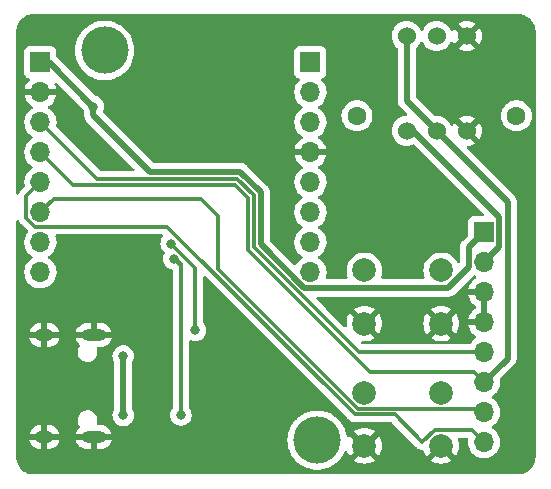
<source format=gbr>
%TF.GenerationSoftware,KiCad,Pcbnew,(6.0.2)*%
%TF.CreationDate,2023-02-15T15:55:08+01:00*%
%TF.ProjectId,usb,7573622e-6b69-4636-9164-5f7063625858,rev?*%
%TF.SameCoordinates,Original*%
%TF.FileFunction,Copper,L2,Bot*%
%TF.FilePolarity,Positive*%
%FSLAX46Y46*%
G04 Gerber Fmt 4.6, Leading zero omitted, Abs format (unit mm)*
G04 Created by KiCad (PCBNEW (6.0.2)) date 2023-02-15 15:55:08*
%MOMM*%
%LPD*%
G01*
G04 APERTURE LIST*
%TA.AperFunction,ComponentPad*%
%ADD10C,1.524000*%
%TD*%
%TA.AperFunction,ComponentPad*%
%ADD11C,1.600000*%
%TD*%
%TA.AperFunction,ComponentPad*%
%ADD12C,4.000000*%
%TD*%
%TA.AperFunction,ComponentPad*%
%ADD13R,1.700000X1.700000*%
%TD*%
%TA.AperFunction,ComponentPad*%
%ADD14O,1.700000X1.700000*%
%TD*%
%TA.AperFunction,ComponentPad*%
%ADD15O,2.100000X1.000000*%
%TD*%
%TA.AperFunction,ComponentPad*%
%ADD16O,1.600000X1.000000*%
%TD*%
%TA.AperFunction,ComponentPad*%
%ADD17C,2.000000*%
%TD*%
%TA.AperFunction,ViaPad*%
%ADD18C,0.800000*%
%TD*%
%TA.AperFunction,Conductor*%
%ADD19C,0.500000*%
%TD*%
%TA.AperFunction,Conductor*%
%ADD20C,0.300000*%
%TD*%
G04 APERTURE END LIST*
D10*
%TO.P,J4,1,Pin_1*%
%TO.N,GPIO13*%
X84580000Y-107780000D03*
X87120000Y-115800000D03*
%TO.P,J4,2,Pin_2*%
%TO.N,3.3V*%
X87120000Y-107780000D03*
X84580000Y-115800000D03*
%TO.P,J4,3,Pin_3*%
%TO.N,GND*%
X89680000Y-115800000D03*
X89660000Y-107780000D03*
D11*
%TO.P,J4,4*%
%TO.N,N/C*%
X80370000Y-114530000D03*
%TO.P,J4,5*%
X93870000Y-114530000D03*
%TD*%
D12*
%TO.P,REF\u002A\u002A,1*%
%TO.N,N/C*%
X59000000Y-109000000D03*
%TD*%
%TO.P,REF\u002A\u002A,1*%
%TO.N,N/C*%
X77000000Y-142000000D03*
%TD*%
D13*
%TO.P,J5,1,Pin_1*%
%TO.N,Vin*%
X91130000Y-124380000D03*
D14*
%TO.P,J5,2,Pin_2*%
%TO.N,3.3V*%
X91130000Y-126920000D03*
%TO.P,J5,3,Pin_3*%
%TO.N,GND*%
X91130000Y-129460000D03*
%TO.P,J5,4,Pin_4*%
X91130000Y-132000000D03*
%TO.P,J5,5,Pin_5*%
%TO.N,GPIO12*%
X91130000Y-134540000D03*
%TO.P,J5,6,Pin_6*%
%TO.N,GPIO13*%
X91130000Y-137080000D03*
%TO.P,J5,7,Pin_7*%
%TO.N,GPIO14*%
X91130000Y-139620000D03*
%TO.P,J5,8,Pin_8*%
%TO.N,GPIO15*%
X91130000Y-142160000D03*
%TD*%
D15*
%TO.P,J3,S1,SHIELD*%
%TO.N,GND*%
X58085000Y-141740000D03*
X58085000Y-133100000D03*
D16*
X53905000Y-133100000D03*
X53905000Y-141740000D03*
%TD*%
D13*
%TO.P,J1,1,Pin_1*%
%TO.N,Vin*%
X53570000Y-110000000D03*
D14*
%TO.P,J1,2,Pin_2*%
%TO.N,GND*%
X53570000Y-112540000D03*
%TO.P,J1,3,Pin_3*%
%TO.N,GPIO12*%
X53570000Y-115080000D03*
%TO.P,J1,4,Pin_4*%
%TO.N,GPIO13*%
X53570000Y-117620000D03*
%TO.P,J1,5,Pin_5*%
%TO.N,GPIO15*%
X53570000Y-120160000D03*
%TO.P,J1,6,Pin_6*%
%TO.N,GPIO14*%
X53570000Y-122700000D03*
%TO.P,J1,7,Pin_7*%
%TO.N,GPIO2*%
X53570000Y-125240000D03*
%TO.P,J1,8,Pin_8*%
%TO.N,GPIO4*%
X53570000Y-127780000D03*
%TD*%
D17*
%TO.P,SW1,2,2*%
%TO.N,GND*%
X81000000Y-132120000D03*
X87500000Y-132120000D03*
%TO.P,SW1,1,1*%
%TO.N,GPIO0*%
X87500000Y-127620000D03*
X81000000Y-127620000D03*
%TD*%
D13*
%TO.P,J2,1,Pin_1*%
%TO.N,3.3V*%
X76430000Y-110000000D03*
D14*
%TO.P,J2,2,Pin_2*%
%TO.N,GPIO16*%
X76430000Y-112540000D03*
%TO.P,J2,3,Pin_3*%
%TO.N,GPIO0*%
X76430000Y-115080000D03*
%TO.P,J2,4,Pin_4*%
%TO.N,GND*%
X76430000Y-117620000D03*
%TO.P,J2,5,Pin_5*%
%TO.N,3.3V{slash}5V*%
X76430000Y-120160000D03*
%TO.P,J2,6,Pin_6*%
%TO.N,RX*%
X76430000Y-122700000D03*
%TO.P,J2,7,Pin_7*%
%TO.N,TX*%
X76430000Y-125240000D03*
%TO.P,J2,8,Pin_8*%
%TO.N,RST*%
X76430000Y-127780000D03*
%TD*%
D17*
%TO.P,SW2,1,1*%
%TO.N,RST*%
X81000000Y-137970000D03*
X87500000Y-137970000D03*
%TO.P,SW2,2,2*%
%TO.N,GND*%
X81000000Y-142470000D03*
X87500000Y-142470000D03*
%TD*%
D18*
%TO.N,GND*%
X69640000Y-132090000D03*
X68390000Y-131150000D03*
%TO.N,Vin*%
X58050000Y-113750000D03*
%TO.N,Net-(U1-Pad13)*%
X64635023Y-125344977D03*
X66680000Y-132690000D03*
%TO.N,Net-(U1-Pad14)*%
X64865023Y-126644977D03*
X65460000Y-139860000D03*
%TO.N,Vin*%
X60580000Y-134860000D03*
X60579642Y-139894500D03*
%TD*%
D19*
%TO.N,GPIO13*%
X84580000Y-113260000D02*
X87120000Y-115800000D01*
X84580000Y-107780000D02*
X84580000Y-113260000D01*
X93129022Y-135080978D02*
X91130000Y-137080000D01*
X87120000Y-115800000D02*
X93129022Y-121809022D01*
X93129022Y-121809022D02*
X93129022Y-135080978D01*
%TO.N,Vin*%
X60560000Y-139874858D02*
X60579642Y-139894500D01*
X60560000Y-134880000D02*
X60560000Y-139874858D01*
X60580000Y-134860000D02*
X60560000Y-134880000D01*
X58050000Y-113750000D02*
X58050000Y-114480000D01*
X58050000Y-114480000D02*
X62849705Y-119279705D01*
X54300000Y-110000000D02*
X53570000Y-110000000D01*
X58050000Y-113750000D02*
X54300000Y-110000000D01*
D20*
%TO.N,GPIO15*%
X52370489Y-123200489D02*
X53080000Y-123910000D01*
X52370489Y-121359511D02*
X52370489Y-123200489D01*
X53570000Y-120160000D02*
X52370489Y-121359511D01*
X64260000Y-123910000D02*
X53080000Y-123910000D01*
X83560524Y-139819022D02*
X80169022Y-139819022D01*
X86941013Y-141120489D02*
X85901502Y-142160000D01*
X90090489Y-141120489D02*
X86941013Y-141120489D01*
%TO.N,Net-(U1-Pad13)*%
X66680000Y-127389954D02*
X64635023Y-125344977D01*
%TO.N,GPIO15*%
X80169022Y-139819022D02*
X64260000Y-123910000D01*
%TO.N,Net-(U1-Pad13)*%
X66680000Y-132690000D02*
X66680000Y-127389954D01*
%TO.N,GPIO14*%
X90829511Y-139319511D02*
X91130000Y-139620000D01*
X68609511Y-123033095D02*
X68609511Y-127488009D01*
X68609511Y-127488009D02*
X80441013Y-139319511D01*
X67146905Y-121570489D02*
X68609511Y-123033095D01*
X80441013Y-139319511D02*
X90829511Y-139319511D01*
X54699511Y-121570489D02*
X67146905Y-121570489D01*
X53570000Y-122700000D02*
X54699511Y-121570489D01*
%TO.N,GPIO15*%
X91130000Y-142160000D02*
X90090489Y-141120489D01*
X85901502Y-142160000D02*
X83560524Y-139819022D01*
D19*
%TO.N,Vin*%
X88110489Y-129079511D02*
X89830489Y-127359511D01*
X75891724Y-129079511D02*
X88110489Y-129079511D01*
X72217045Y-125404832D02*
X75891724Y-129079511D01*
X70499538Y-119279705D02*
X72217045Y-120997212D01*
D20*
%TO.N,GPIO12*%
X71617534Y-125653157D02*
X80504377Y-134540000D01*
X58369215Y-119879215D02*
X70251211Y-119879215D01*
D19*
%TO.N,Vin*%
X62849705Y-119279705D02*
X70499538Y-119279705D01*
D20*
%TO.N,GPIO12*%
X53570000Y-115080000D02*
X58369215Y-119879215D01*
%TO.N,GPIO13*%
X90280000Y-136230000D02*
X91130000Y-137080000D01*
X81487961Y-136230000D02*
X90280000Y-136230000D01*
X71118023Y-125860062D02*
X81487961Y-136230000D01*
X71118023Y-121452442D02*
X71118023Y-125860062D01*
X56328726Y-120378726D02*
X70044307Y-120378726D01*
X53570000Y-117620000D02*
X56328726Y-120378726D01*
D19*
%TO.N,Vin*%
X89830489Y-125679511D02*
X91130000Y-124380000D01*
X89830489Y-127359511D02*
X89830489Y-125679511D01*
X72217045Y-120997212D02*
X72217045Y-125404832D01*
D20*
%TO.N,GPIO12*%
X80504377Y-134540000D02*
X91130000Y-134540000D01*
X71617534Y-121245538D02*
X71617534Y-125653157D01*
%TO.N,Net-(U1-Pad14)*%
X65460000Y-139860000D02*
X65460000Y-127239954D01*
X65074977Y-126644977D02*
X64865023Y-126644977D01*
%TO.N,GPIO12*%
X70251211Y-119879215D02*
X71617534Y-121245538D01*
%TO.N,Net-(U1-Pad14)*%
X65471449Y-127041449D02*
X65074977Y-126644977D01*
X65460000Y-127239954D02*
X64865023Y-126644977D01*
%TO.N,GPIO13*%
X70044307Y-120378726D02*
X71118023Y-121452442D01*
D19*
%TO.N,3.3V*%
X92429511Y-125620489D02*
X91130000Y-126920000D01*
X92429511Y-123080489D02*
X92429511Y-125620489D01*
X84580000Y-115800000D02*
X85149022Y-115800000D01*
X85149022Y-115800000D02*
X92429511Y-123080489D01*
%TD*%
%TA.AperFunction,Conductor*%
%TO.N,GND*%
G36*
X93970056Y-105909500D02*
G01*
X93972284Y-105909847D01*
X93984859Y-105911805D01*
X93984861Y-105911805D01*
X93993730Y-105913186D01*
X94002632Y-105912022D01*
X94002634Y-105912022D01*
X94008959Y-105911195D01*
X94034282Y-105910452D01*
X94198126Y-105922170D01*
X94203343Y-105922543D01*
X94221137Y-105925101D01*
X94411540Y-105966521D01*
X94428788Y-105971586D01*
X94611358Y-106039682D01*
X94627710Y-106047149D01*
X94693020Y-106082810D01*
X94798734Y-106140534D01*
X94813848Y-106150248D01*
X94923516Y-106232344D01*
X94969842Y-106267023D01*
X94983428Y-106278796D01*
X95121204Y-106416572D01*
X95132977Y-106430158D01*
X95249752Y-106586152D01*
X95259466Y-106601266D01*
X95298976Y-106673624D01*
X95352851Y-106772290D01*
X95360318Y-106788642D01*
X95428414Y-106971212D01*
X95433479Y-106988460D01*
X95456048Y-107092207D01*
X95474899Y-107178863D01*
X95477457Y-107196657D01*
X95487637Y-107338993D01*
X95489041Y-107358629D01*
X95488297Y-107376533D01*
X95488195Y-107384858D01*
X95486814Y-107393730D01*
X95487978Y-107402632D01*
X95487978Y-107402635D01*
X95490936Y-107425251D01*
X95492000Y-107441589D01*
X95492000Y-143350672D01*
X95490500Y-143370056D01*
X95486814Y-143393730D01*
X95487978Y-143402632D01*
X95487978Y-143402634D01*
X95488805Y-143408959D01*
X95489548Y-143434282D01*
X95483878Y-143513567D01*
X95477457Y-143603343D01*
X95474899Y-143621137D01*
X95452676Y-143723297D01*
X95433480Y-143811538D01*
X95428414Y-143828788D01*
X95360318Y-144011358D01*
X95352851Y-144027710D01*
X95259469Y-144198729D01*
X95249752Y-144213848D01*
X95203449Y-144275702D01*
X95132977Y-144369842D01*
X95121204Y-144383428D01*
X94983428Y-144521204D01*
X94969841Y-144532977D01*
X94813848Y-144649752D01*
X94798734Y-144659466D01*
X94693020Y-144717190D01*
X94627710Y-144752851D01*
X94611358Y-144760318D01*
X94428788Y-144828414D01*
X94411540Y-144833479D01*
X94248022Y-144869051D01*
X94221137Y-144874899D01*
X94203342Y-144877457D01*
X94154443Y-144880954D01*
X94041369Y-144889041D01*
X94023467Y-144888297D01*
X94015142Y-144888195D01*
X94006270Y-144886814D01*
X93997368Y-144887978D01*
X93997365Y-144887978D01*
X93974749Y-144890936D01*
X93958411Y-144892000D01*
X53049328Y-144892000D01*
X53029943Y-144890500D01*
X53029661Y-144890456D01*
X53027117Y-144890060D01*
X53015141Y-144888195D01*
X53015139Y-144888195D01*
X53006270Y-144886814D01*
X52997368Y-144887978D01*
X52997366Y-144887978D01*
X52991041Y-144888805D01*
X52965718Y-144889548D01*
X52796657Y-144877457D01*
X52778863Y-144874899D01*
X52751978Y-144869051D01*
X52588460Y-144833479D01*
X52571212Y-144828414D01*
X52388642Y-144760318D01*
X52372290Y-144752851D01*
X52306980Y-144717190D01*
X52201266Y-144659466D01*
X52186152Y-144649752D01*
X52030159Y-144532977D01*
X52016572Y-144521204D01*
X51878796Y-144383428D01*
X51867023Y-144369842D01*
X51796551Y-144275702D01*
X51750248Y-144213848D01*
X51740531Y-144198729D01*
X51647149Y-144027710D01*
X51639682Y-144011358D01*
X51571586Y-143828788D01*
X51566520Y-143811538D01*
X51547325Y-143723297D01*
X51525101Y-143621137D01*
X51522543Y-143603342D01*
X51510959Y-143441371D01*
X51511703Y-143423467D01*
X51511805Y-143415142D01*
X51513186Y-143406270D01*
X51511547Y-143393730D01*
X51509064Y-143374749D01*
X51508000Y-143358411D01*
X51508000Y-142005768D01*
X52632425Y-142005768D01*
X52664138Y-142113521D01*
X52668731Y-142124889D01*
X52754607Y-142289154D01*
X52761321Y-142299415D01*
X52877468Y-142443873D01*
X52886046Y-142452632D01*
X53028039Y-142571778D01*
X53038159Y-142578708D01*
X53200585Y-142668002D01*
X53211858Y-142672834D01*
X53388538Y-142728880D01*
X53400532Y-142731430D01*
X53544761Y-142747607D01*
X53551785Y-142748000D01*
X53632885Y-142748000D01*
X53648124Y-142743525D01*
X53649329Y-142742135D01*
X53651000Y-142734452D01*
X53651000Y-142729885D01*
X54159000Y-142729885D01*
X54163475Y-142745124D01*
X54164865Y-142746329D01*
X54172548Y-142748000D01*
X54251657Y-142748000D01*
X54257805Y-142747699D01*
X54395603Y-142734188D01*
X54407638Y-142731805D01*
X54585076Y-142678233D01*
X54596416Y-142673559D01*
X54760077Y-142586540D01*
X54770294Y-142579751D01*
X54913933Y-142462603D01*
X54922637Y-142453959D01*
X55040784Y-142311144D01*
X55047644Y-142300973D01*
X55135804Y-142137924D01*
X55140556Y-142126619D01*
X55176250Y-142011308D01*
X55176331Y-142005768D01*
X56562425Y-142005768D01*
X56594138Y-142113521D01*
X56598731Y-142124889D01*
X56684607Y-142289154D01*
X56691321Y-142299415D01*
X56807468Y-142443873D01*
X56816046Y-142452632D01*
X56958039Y-142571778D01*
X56968159Y-142578708D01*
X57130585Y-142668002D01*
X57141858Y-142672834D01*
X57318538Y-142728880D01*
X57330532Y-142731430D01*
X57474761Y-142747607D01*
X57481785Y-142748000D01*
X57812885Y-142748000D01*
X57828124Y-142743525D01*
X57829329Y-142742135D01*
X57831000Y-142734452D01*
X57831000Y-142729885D01*
X58339000Y-142729885D01*
X58343475Y-142745124D01*
X58344865Y-142746329D01*
X58352548Y-142748000D01*
X58681657Y-142748000D01*
X58687805Y-142747699D01*
X58825603Y-142734188D01*
X58837638Y-142731805D01*
X59015076Y-142678233D01*
X59026416Y-142673559D01*
X59190077Y-142586540D01*
X59200294Y-142579751D01*
X59343933Y-142462603D01*
X59352637Y-142453959D01*
X59470784Y-142311144D01*
X59477644Y-142300973D01*
X59565804Y-142137924D01*
X59570556Y-142126619D01*
X59606250Y-142011308D01*
X59606415Y-142000000D01*
X74486540Y-142000000D01*
X74506359Y-142315020D01*
X74565505Y-142625072D01*
X74663044Y-142925266D01*
X74664731Y-142928852D01*
X74664733Y-142928856D01*
X74795750Y-143207283D01*
X74795754Y-143207290D01*
X74797438Y-143210869D01*
X74966568Y-143477375D01*
X75003281Y-143521753D01*
X75159278Y-143710320D01*
X75167767Y-143720582D01*
X75397860Y-143936654D01*
X75653221Y-144122184D01*
X75656690Y-144124091D01*
X75656693Y-144124093D01*
X75819965Y-144213853D01*
X75929821Y-144274247D01*
X75933490Y-144275700D01*
X75933495Y-144275702D01*
X76171266Y-144369842D01*
X76223298Y-144390443D01*
X76529025Y-144468940D01*
X76842179Y-144508500D01*
X77157821Y-144508500D01*
X77470975Y-144468940D01*
X77776702Y-144390443D01*
X77828734Y-144369842D01*
X78066505Y-144275702D01*
X78066510Y-144275700D01*
X78070179Y-144274247D01*
X78180035Y-144213853D01*
X78343307Y-144124093D01*
X78343310Y-144124091D01*
X78346779Y-144122184D01*
X78602140Y-143936654D01*
X78832233Y-143720582D01*
X78840723Y-143710320D01*
X78847052Y-143702670D01*
X80132160Y-143702670D01*
X80137887Y-143710320D01*
X80309042Y-143815205D01*
X80317837Y-143819687D01*
X80527988Y-143906734D01*
X80537373Y-143909783D01*
X80758554Y-143962885D01*
X80768301Y-143964428D01*
X80995070Y-143982275D01*
X81004930Y-143982275D01*
X81231699Y-143964428D01*
X81241446Y-143962885D01*
X81462627Y-143909783D01*
X81472012Y-143906734D01*
X81682163Y-143819687D01*
X81690958Y-143815205D01*
X81858445Y-143712568D01*
X81867400Y-143702670D01*
X86632160Y-143702670D01*
X86637887Y-143710320D01*
X86809042Y-143815205D01*
X86817837Y-143819687D01*
X87027988Y-143906734D01*
X87037373Y-143909783D01*
X87258554Y-143962885D01*
X87268301Y-143964428D01*
X87495070Y-143982275D01*
X87504930Y-143982275D01*
X87731699Y-143964428D01*
X87741446Y-143962885D01*
X87962627Y-143909783D01*
X87972012Y-143906734D01*
X88182163Y-143819687D01*
X88190958Y-143815205D01*
X88358445Y-143712568D01*
X88367907Y-143702110D01*
X88364124Y-143693334D01*
X87512812Y-142842022D01*
X87498868Y-142834408D01*
X87497035Y-142834539D01*
X87490420Y-142838790D01*
X86638920Y-143690290D01*
X86632160Y-143702670D01*
X81867400Y-143702670D01*
X81867907Y-143702110D01*
X81864124Y-143693334D01*
X81012812Y-142842022D01*
X80998868Y-142834408D01*
X80997035Y-142834539D01*
X80990420Y-142838790D01*
X80138920Y-143690290D01*
X80132160Y-143702670D01*
X78847052Y-143702670D01*
X78996719Y-143521753D01*
X79033432Y-143477375D01*
X79202562Y-143210869D01*
X79332279Y-142935205D01*
X79379381Y-142882084D01*
X79447726Y-142862861D01*
X79515614Y-142883640D01*
X79562696Y-142940635D01*
X79650313Y-143152163D01*
X79654795Y-143160958D01*
X79757432Y-143328445D01*
X79767890Y-143337907D01*
X79776666Y-143334124D01*
X80627978Y-142482812D01*
X80634356Y-142471132D01*
X81364408Y-142471132D01*
X81364539Y-142472965D01*
X81368790Y-142479580D01*
X82220290Y-143331080D01*
X82232670Y-143337840D01*
X82240320Y-143332113D01*
X82345205Y-143160958D01*
X82349687Y-143152163D01*
X82436734Y-142942012D01*
X82439783Y-142932627D01*
X82492885Y-142711446D01*
X82494428Y-142701699D01*
X82512275Y-142474930D01*
X82512275Y-142465070D01*
X82494428Y-142238301D01*
X82492885Y-142228554D01*
X82439783Y-142007373D01*
X82436734Y-141997988D01*
X82349687Y-141787837D01*
X82345205Y-141779042D01*
X82242568Y-141611555D01*
X82232110Y-141602093D01*
X82223334Y-141605876D01*
X81372022Y-142457188D01*
X81364408Y-142471132D01*
X80634356Y-142471132D01*
X80635592Y-142468868D01*
X80635461Y-142467035D01*
X80631210Y-142460420D01*
X79779710Y-141608920D01*
X79767330Y-141602160D01*
X79759682Y-141607886D01*
X79715755Y-141679567D01*
X79663107Y-141727198D01*
X79593065Y-141738805D01*
X79527868Y-141710702D01*
X79488214Y-141651811D01*
X79484554Y-141637342D01*
X79435239Y-141378829D01*
X79434495Y-141374928D01*
X79389969Y-141237890D01*
X80132093Y-141237890D01*
X80135876Y-141246666D01*
X80987188Y-142097978D01*
X81001132Y-142105592D01*
X81002965Y-142105461D01*
X81009580Y-142101210D01*
X81861080Y-141249710D01*
X81867840Y-141237330D01*
X81862113Y-141229680D01*
X81690958Y-141124795D01*
X81682163Y-141120313D01*
X81472012Y-141033266D01*
X81462627Y-141030217D01*
X81241446Y-140977115D01*
X81231699Y-140975572D01*
X81004930Y-140957725D01*
X80995070Y-140957725D01*
X80768301Y-140975572D01*
X80758554Y-140977115D01*
X80537373Y-141030217D01*
X80527988Y-141033266D01*
X80317837Y-141120313D01*
X80309042Y-141124795D01*
X80141555Y-141227432D01*
X80132093Y-141237890D01*
X79389969Y-141237890D01*
X79336956Y-141074734D01*
X79314871Y-141027800D01*
X79204250Y-140792717D01*
X79204246Y-140792710D01*
X79202562Y-140789131D01*
X79033432Y-140522625D01*
X78843784Y-140293381D01*
X78834758Y-140282470D01*
X78834757Y-140282469D01*
X78832233Y-140279418D01*
X78814961Y-140263198D01*
X78715051Y-140169377D01*
X78602140Y-140063346D01*
X78574639Y-140043365D01*
X78516822Y-140001359D01*
X78346779Y-139877816D01*
X78302431Y-139853435D01*
X78073648Y-139727660D01*
X78073647Y-139727659D01*
X78070179Y-139725753D01*
X78066510Y-139724300D01*
X78066505Y-139724298D01*
X77780372Y-139611010D01*
X77780371Y-139611010D01*
X77776702Y-139609557D01*
X77470975Y-139531060D01*
X77157821Y-139491500D01*
X76842179Y-139491500D01*
X76529025Y-139531060D01*
X76223298Y-139609557D01*
X76219629Y-139611010D01*
X76219628Y-139611010D01*
X75933495Y-139724298D01*
X75933490Y-139724300D01*
X75929821Y-139725753D01*
X75926353Y-139727659D01*
X75926352Y-139727660D01*
X75697570Y-139853435D01*
X75653221Y-139877816D01*
X75483178Y-140001359D01*
X75425362Y-140043365D01*
X75397860Y-140063346D01*
X75284949Y-140169377D01*
X75185040Y-140263198D01*
X75167767Y-140279418D01*
X75165243Y-140282469D01*
X75165242Y-140282470D01*
X75156216Y-140293381D01*
X74966568Y-140522625D01*
X74797438Y-140789131D01*
X74795754Y-140792710D01*
X74795750Y-140792717D01*
X74685129Y-141027800D01*
X74663044Y-141074734D01*
X74565505Y-141374928D01*
X74506359Y-141684980D01*
X74486540Y-142000000D01*
X59606415Y-142000000D01*
X59606456Y-141997205D01*
X59599701Y-141994000D01*
X58357115Y-141994000D01*
X58341876Y-141998475D01*
X58340671Y-141999865D01*
X58339000Y-142007548D01*
X58339000Y-142729885D01*
X57831000Y-142729885D01*
X57831000Y-142012115D01*
X57826525Y-141996876D01*
X57825135Y-141995671D01*
X57817452Y-141994000D01*
X56577076Y-141994000D01*
X56563545Y-141997973D01*
X56562425Y-142005768D01*
X55176331Y-142005768D01*
X55176456Y-141997205D01*
X55169701Y-141994000D01*
X54177115Y-141994000D01*
X54161876Y-141998475D01*
X54160671Y-141999865D01*
X54159000Y-142007548D01*
X54159000Y-142729885D01*
X53651000Y-142729885D01*
X53651000Y-142012115D01*
X53646525Y-141996876D01*
X53645135Y-141995671D01*
X53637452Y-141994000D01*
X52647076Y-141994000D01*
X52633545Y-141997973D01*
X52632425Y-142005768D01*
X51508000Y-142005768D01*
X51508000Y-141482795D01*
X52633544Y-141482795D01*
X52640299Y-141486000D01*
X53632885Y-141486000D01*
X53648124Y-141481525D01*
X53649329Y-141480135D01*
X53651000Y-141472452D01*
X53651000Y-141467885D01*
X54159000Y-141467885D01*
X54163475Y-141483124D01*
X54164865Y-141484329D01*
X54172548Y-141486000D01*
X55162924Y-141486000D01*
X55173839Y-141482795D01*
X56563544Y-141482795D01*
X56570299Y-141486000D01*
X59592924Y-141486000D01*
X59606455Y-141482027D01*
X59607575Y-141474232D01*
X59575862Y-141366479D01*
X59571269Y-141355111D01*
X59485393Y-141190846D01*
X59478679Y-141180585D01*
X59362532Y-141036127D01*
X59353954Y-141027368D01*
X59211961Y-140908222D01*
X59201841Y-140901292D01*
X59039415Y-140811998D01*
X59028142Y-140807166D01*
X58851462Y-140751120D01*
X58839468Y-140748570D01*
X58695239Y-140732393D01*
X58688215Y-140732000D01*
X58470023Y-140732000D01*
X58401902Y-140711998D01*
X58355409Y-140658342D01*
X58345305Y-140588068D01*
X58353034Y-140559208D01*
X58359995Y-140541803D01*
X58362530Y-140535466D01*
X58363644Y-140528738D01*
X58363645Y-140528734D01*
X58390993Y-140363539D01*
X58390993Y-140363536D01*
X58392108Y-140356802D01*
X58390509Y-140326277D01*
X58382987Y-140182766D01*
X58382630Y-140175953D01*
X58368996Y-140126453D01*
X58336352Y-140007941D01*
X58334539Y-140001359D01*
X58278199Y-139894500D01*
X59666138Y-139894500D01*
X59666828Y-139901065D01*
X59683640Y-140061018D01*
X59686100Y-140084428D01*
X59745115Y-140266056D01*
X59748418Y-140271778D01*
X59748419Y-140271779D01*
X59760075Y-140291967D01*
X59840602Y-140431444D01*
X59845020Y-140436351D01*
X59845021Y-140436352D01*
X59940821Y-140542749D01*
X59968389Y-140573366D01*
X60122890Y-140685618D01*
X60128918Y-140688302D01*
X60128920Y-140688303D01*
X60291323Y-140760609D01*
X60297354Y-140763294D01*
X60370473Y-140778836D01*
X60477698Y-140801628D01*
X60477703Y-140801628D01*
X60484155Y-140803000D01*
X60675129Y-140803000D01*
X60681581Y-140801628D01*
X60681586Y-140801628D01*
X60788811Y-140778836D01*
X60861930Y-140763294D01*
X60867961Y-140760609D01*
X61030364Y-140688303D01*
X61030366Y-140688302D01*
X61036394Y-140685618D01*
X61190895Y-140573366D01*
X61218463Y-140542749D01*
X61314263Y-140436352D01*
X61314264Y-140436351D01*
X61318682Y-140431444D01*
X61399209Y-140291967D01*
X61410865Y-140271779D01*
X61410866Y-140271778D01*
X61414169Y-140266056D01*
X61473184Y-140084428D01*
X61475645Y-140061018D01*
X61492456Y-139901065D01*
X61493146Y-139894500D01*
X61473184Y-139704572D01*
X61414169Y-139522944D01*
X61395383Y-139490406D01*
X61335381Y-139386479D01*
X61318500Y-139323479D01*
X61318500Y-135431641D01*
X61335381Y-135368641D01*
X61411223Y-135237279D01*
X61411224Y-135237278D01*
X61414527Y-135231556D01*
X61473542Y-135049928D01*
X61493504Y-134860000D01*
X61473542Y-134670072D01*
X61414527Y-134488444D01*
X61319040Y-134323056D01*
X61191253Y-134181134D01*
X61036752Y-134068882D01*
X61030724Y-134066198D01*
X61030722Y-134066197D01*
X60868319Y-133993891D01*
X60868318Y-133993891D01*
X60862288Y-133991206D01*
X60768887Y-133971353D01*
X60681944Y-133952872D01*
X60681939Y-133952872D01*
X60675487Y-133951500D01*
X60484513Y-133951500D01*
X60478061Y-133952872D01*
X60478056Y-133952872D01*
X60391113Y-133971353D01*
X60297712Y-133991206D01*
X60291682Y-133993891D01*
X60291681Y-133993891D01*
X60129278Y-134066197D01*
X60129276Y-134066198D01*
X60123248Y-134068882D01*
X59968747Y-134181134D01*
X59840960Y-134323056D01*
X59745473Y-134488444D01*
X59686458Y-134670072D01*
X59666496Y-134860000D01*
X59686458Y-135049928D01*
X59745473Y-135231556D01*
X59784620Y-135299360D01*
X59801500Y-135362358D01*
X59801500Y-139391522D01*
X59784620Y-139454520D01*
X59745115Y-139522944D01*
X59686100Y-139704572D01*
X59666138Y-139894500D01*
X58278199Y-139894500D01*
X58250078Y-139841164D01*
X58245673Y-139835951D01*
X58245670Y-139835947D01*
X58137594Y-139708057D01*
X58137590Y-139708053D01*
X58133187Y-139702843D01*
X58127762Y-139698695D01*
X57994743Y-139596994D01*
X57994739Y-139596991D01*
X57989322Y-139592850D01*
X57884186Y-139543825D01*
X57831369Y-139519195D01*
X57831366Y-139519194D01*
X57825192Y-139516315D01*
X57818544Y-139514829D01*
X57818541Y-139514828D01*
X57653494Y-139477936D01*
X57653495Y-139477936D01*
X57648457Y-139476810D01*
X57642912Y-139476500D01*
X57509756Y-139476500D01*
X57374963Y-139491143D01*
X57297460Y-139517226D01*
X57209796Y-139546728D01*
X57209794Y-139546729D01*
X57203325Y-139548906D01*
X57048095Y-139642177D01*
X57043138Y-139646865D01*
X57043135Y-139646867D01*
X56957700Y-139727660D01*
X56916515Y-139766607D01*
X56912683Y-139772245D01*
X56912680Y-139772249D01*
X56848583Y-139866565D01*
X56814723Y-139916388D01*
X56747470Y-140084534D01*
X56746356Y-140091262D01*
X56746355Y-140091266D01*
X56722183Y-140237279D01*
X56717892Y-140263198D01*
X56718249Y-140270015D01*
X56718249Y-140270019D01*
X56724901Y-140396944D01*
X56727370Y-140444047D01*
X56729181Y-140450620D01*
X56729181Y-140450623D01*
X56761925Y-140569498D01*
X56775461Y-140618641D01*
X56859922Y-140778836D01*
X56864327Y-140784049D01*
X56864330Y-140784053D01*
X56882694Y-140805783D01*
X56911386Y-140870724D01*
X56900413Y-140940868D01*
X56866092Y-140984754D01*
X56826067Y-141017397D01*
X56817363Y-141026041D01*
X56699216Y-141168856D01*
X56692356Y-141179027D01*
X56604196Y-141342076D01*
X56599444Y-141353381D01*
X56563750Y-141468692D01*
X56563544Y-141482795D01*
X55173839Y-141482795D01*
X55176455Y-141482027D01*
X55177575Y-141474232D01*
X55145862Y-141366479D01*
X55141269Y-141355111D01*
X55055393Y-141190846D01*
X55048679Y-141180585D01*
X54932532Y-141036127D01*
X54923954Y-141027368D01*
X54781961Y-140908222D01*
X54771841Y-140901292D01*
X54609415Y-140811998D01*
X54598142Y-140807166D01*
X54421462Y-140751120D01*
X54409468Y-140748570D01*
X54265239Y-140732393D01*
X54258215Y-140732000D01*
X54177115Y-140732000D01*
X54161876Y-140736475D01*
X54160671Y-140737865D01*
X54159000Y-140745548D01*
X54159000Y-141467885D01*
X53651000Y-141467885D01*
X53651000Y-140750115D01*
X53646525Y-140734876D01*
X53645135Y-140733671D01*
X53637452Y-140732000D01*
X53558343Y-140732000D01*
X53552195Y-140732301D01*
X53414397Y-140745812D01*
X53402362Y-140748195D01*
X53224924Y-140801767D01*
X53213584Y-140806441D01*
X53049923Y-140893460D01*
X53039706Y-140900249D01*
X52896067Y-141017397D01*
X52887363Y-141026041D01*
X52769216Y-141168856D01*
X52762356Y-141179027D01*
X52674196Y-141342076D01*
X52669444Y-141353381D01*
X52633750Y-141468692D01*
X52633544Y-141482795D01*
X51508000Y-141482795D01*
X51508000Y-133365768D01*
X52632425Y-133365768D01*
X52664138Y-133473521D01*
X52668731Y-133484889D01*
X52754607Y-133649154D01*
X52761321Y-133659415D01*
X52877468Y-133803873D01*
X52886046Y-133812632D01*
X53028039Y-133931778D01*
X53038159Y-133938708D01*
X53200585Y-134028002D01*
X53211858Y-134032834D01*
X53388538Y-134088880D01*
X53400532Y-134091430D01*
X53544761Y-134107607D01*
X53551785Y-134108000D01*
X53632885Y-134108000D01*
X53648124Y-134103525D01*
X53649329Y-134102135D01*
X53651000Y-134094452D01*
X53651000Y-134089885D01*
X54159000Y-134089885D01*
X54163475Y-134105124D01*
X54164865Y-134106329D01*
X54172548Y-134108000D01*
X54251657Y-134108000D01*
X54257805Y-134107699D01*
X54395603Y-134094188D01*
X54407638Y-134091805D01*
X54585076Y-134038233D01*
X54596416Y-134033559D01*
X54760077Y-133946540D01*
X54770294Y-133939751D01*
X54913933Y-133822603D01*
X54922637Y-133813959D01*
X55040784Y-133671144D01*
X55047644Y-133660973D01*
X55135804Y-133497924D01*
X55140556Y-133486619D01*
X55176250Y-133371308D01*
X55176331Y-133365768D01*
X56562425Y-133365768D01*
X56594138Y-133473521D01*
X56598731Y-133484889D01*
X56684607Y-133649154D01*
X56691321Y-133659415D01*
X56807468Y-133803873D01*
X56816045Y-133812632D01*
X56868110Y-133856319D01*
X56907436Y-133915428D01*
X56908563Y-133986416D01*
X56891331Y-134023663D01*
X56814723Y-134136388D01*
X56747470Y-134304534D01*
X56746356Y-134311262D01*
X56746355Y-134311266D01*
X56719007Y-134476461D01*
X56717892Y-134483198D01*
X56718249Y-134490015D01*
X56718249Y-134490019D01*
X56723151Y-134583539D01*
X56727370Y-134664047D01*
X56729181Y-134670620D01*
X56729181Y-134670623D01*
X56752551Y-134755466D01*
X56775461Y-134838641D01*
X56859922Y-134998836D01*
X56864327Y-135004049D01*
X56864330Y-135004053D01*
X56972406Y-135131943D01*
X56972410Y-135131947D01*
X56976813Y-135137157D01*
X56982237Y-135141304D01*
X56982238Y-135141305D01*
X57115257Y-135243006D01*
X57115261Y-135243009D01*
X57120678Y-135247150D01*
X57192129Y-135280468D01*
X57278631Y-135320805D01*
X57278634Y-135320806D01*
X57284808Y-135323685D01*
X57291456Y-135325171D01*
X57291459Y-135325172D01*
X57397421Y-135348857D01*
X57461543Y-135363190D01*
X57467088Y-135363500D01*
X57600244Y-135363500D01*
X57604838Y-135363001D01*
X57690566Y-135353688D01*
X57735037Y-135348857D01*
X57853190Y-135309094D01*
X57900204Y-135293272D01*
X57900206Y-135293271D01*
X57906675Y-135291094D01*
X58061905Y-135197823D01*
X58066862Y-135193135D01*
X58066865Y-135193133D01*
X58188527Y-135078082D01*
X58188529Y-135078080D01*
X58193485Y-135073393D01*
X58197317Y-135067755D01*
X58197320Y-135067751D01*
X58291442Y-134929255D01*
X58295277Y-134923612D01*
X58362530Y-134755466D01*
X58363644Y-134748738D01*
X58363645Y-134748734D01*
X58390993Y-134583539D01*
X58390993Y-134583536D01*
X58392108Y-134576802D01*
X58387478Y-134488444D01*
X58382987Y-134402766D01*
X58382630Y-134395953D01*
X58347237Y-134267459D01*
X58348431Y-134196474D01*
X58387814Y-134137401D01*
X58452881Y-134108999D01*
X58468713Y-134108000D01*
X58681657Y-134108000D01*
X58687805Y-134107699D01*
X58825603Y-134094188D01*
X58837638Y-134091805D01*
X59015076Y-134038233D01*
X59026416Y-134033559D01*
X59190077Y-133946540D01*
X59200294Y-133939751D01*
X59343933Y-133822603D01*
X59352637Y-133813959D01*
X59470784Y-133671144D01*
X59477644Y-133660973D01*
X59565804Y-133497924D01*
X59570556Y-133486619D01*
X59606250Y-133371308D01*
X59606456Y-133357205D01*
X59599701Y-133354000D01*
X56577076Y-133354000D01*
X56563545Y-133357973D01*
X56562425Y-133365768D01*
X55176331Y-133365768D01*
X55176456Y-133357205D01*
X55169701Y-133354000D01*
X54177115Y-133354000D01*
X54161876Y-133358475D01*
X54160671Y-133359865D01*
X54159000Y-133367548D01*
X54159000Y-134089885D01*
X53651000Y-134089885D01*
X53651000Y-133372115D01*
X53646525Y-133356876D01*
X53645135Y-133355671D01*
X53637452Y-133354000D01*
X52647076Y-133354000D01*
X52633545Y-133357973D01*
X52632425Y-133365768D01*
X51508000Y-133365768D01*
X51508000Y-132842795D01*
X52633544Y-132842795D01*
X52640299Y-132846000D01*
X53632885Y-132846000D01*
X53648124Y-132841525D01*
X53649329Y-132840135D01*
X53651000Y-132832452D01*
X53651000Y-132827885D01*
X54159000Y-132827885D01*
X54163475Y-132843124D01*
X54164865Y-132844329D01*
X54172548Y-132846000D01*
X55162924Y-132846000D01*
X55173839Y-132842795D01*
X56563544Y-132842795D01*
X56570299Y-132846000D01*
X57812885Y-132846000D01*
X57828124Y-132841525D01*
X57829329Y-132840135D01*
X57831000Y-132832452D01*
X57831000Y-132827885D01*
X58339000Y-132827885D01*
X58343475Y-132843124D01*
X58344865Y-132844329D01*
X58352548Y-132846000D01*
X59592924Y-132846000D01*
X59606455Y-132842027D01*
X59607575Y-132834232D01*
X59575862Y-132726479D01*
X59571269Y-132715111D01*
X59485393Y-132550846D01*
X59478679Y-132540585D01*
X59362532Y-132396127D01*
X59353954Y-132387368D01*
X59211961Y-132268222D01*
X59201841Y-132261292D01*
X59039415Y-132171998D01*
X59028142Y-132167166D01*
X58851462Y-132111120D01*
X58839468Y-132108570D01*
X58695239Y-132092393D01*
X58688215Y-132092000D01*
X58357115Y-132092000D01*
X58341876Y-132096475D01*
X58340671Y-132097865D01*
X58339000Y-132105548D01*
X58339000Y-132827885D01*
X57831000Y-132827885D01*
X57831000Y-132110114D01*
X57826525Y-132094876D01*
X57825135Y-132093671D01*
X57817452Y-132092000D01*
X57488343Y-132092000D01*
X57482195Y-132092301D01*
X57344397Y-132105812D01*
X57332362Y-132108195D01*
X57154924Y-132161767D01*
X57143584Y-132166441D01*
X56979923Y-132253460D01*
X56969706Y-132260249D01*
X56826067Y-132377397D01*
X56817363Y-132386041D01*
X56699216Y-132528856D01*
X56692356Y-132539027D01*
X56604196Y-132702076D01*
X56599444Y-132713381D01*
X56563750Y-132828692D01*
X56563544Y-132842795D01*
X55173839Y-132842795D01*
X55176455Y-132842027D01*
X55177575Y-132834232D01*
X55145862Y-132726479D01*
X55141269Y-132715111D01*
X55055393Y-132550846D01*
X55048679Y-132540585D01*
X54932532Y-132396127D01*
X54923954Y-132387368D01*
X54781961Y-132268222D01*
X54771841Y-132261292D01*
X54609415Y-132171998D01*
X54598142Y-132167166D01*
X54421462Y-132111120D01*
X54409468Y-132108570D01*
X54265239Y-132092393D01*
X54258215Y-132092000D01*
X54177115Y-132092000D01*
X54161876Y-132096475D01*
X54160671Y-132097865D01*
X54159000Y-132105548D01*
X54159000Y-132827885D01*
X53651000Y-132827885D01*
X53651000Y-132110114D01*
X53646525Y-132094876D01*
X53645135Y-132093671D01*
X53637452Y-132092000D01*
X53558343Y-132092000D01*
X53552195Y-132092301D01*
X53414397Y-132105812D01*
X53402362Y-132108195D01*
X53224924Y-132161767D01*
X53213584Y-132166441D01*
X53049923Y-132253460D01*
X53039706Y-132260249D01*
X52896067Y-132377397D01*
X52887363Y-132386041D01*
X52769216Y-132528856D01*
X52762356Y-132539027D01*
X52674196Y-132702076D01*
X52669444Y-132713381D01*
X52633750Y-132828692D01*
X52633544Y-132842795D01*
X51508000Y-132842795D01*
X51508000Y-123477394D01*
X51528002Y-123409273D01*
X51581658Y-123362780D01*
X51651932Y-123352676D01*
X51716512Y-123382170D01*
X51754997Y-123442242D01*
X51761344Y-123464089D01*
X51772264Y-123482554D01*
X51780955Y-123500294D01*
X51788854Y-123520245D01*
X51816005Y-123557615D01*
X51822522Y-123567537D01*
X51841996Y-123600466D01*
X51841999Y-123600470D01*
X51846036Y-123607296D01*
X51861200Y-123622460D01*
X51874040Y-123637493D01*
X51886648Y-123654846D01*
X51913718Y-123677240D01*
X51922241Y-123684291D01*
X51931021Y-123692281D01*
X52481501Y-124242761D01*
X52515527Y-124305073D01*
X52510462Y-124375888D01*
X52496498Y-124402853D01*
X52384743Y-124566680D01*
X52338724Y-124665819D01*
X52331330Y-124681750D01*
X52290688Y-124769305D01*
X52230989Y-124984570D01*
X52207251Y-125206695D01*
X52207548Y-125211848D01*
X52207548Y-125211851D01*
X52215187Y-125344334D01*
X52220110Y-125429715D01*
X52221247Y-125434761D01*
X52221248Y-125434767D01*
X52222081Y-125438461D01*
X52269222Y-125647639D01*
X52353266Y-125854616D01*
X52373006Y-125886829D01*
X52459348Y-126027726D01*
X52469987Y-126045088D01*
X52616250Y-126213938D01*
X52788126Y-126356632D01*
X52850775Y-126393241D01*
X52861445Y-126399476D01*
X52910169Y-126451114D01*
X52923240Y-126520897D01*
X52896509Y-126586669D01*
X52856055Y-126620027D01*
X52843607Y-126626507D01*
X52839474Y-126629610D01*
X52839471Y-126629612D01*
X52669100Y-126757530D01*
X52664965Y-126760635D01*
X52510629Y-126922138D01*
X52507715Y-126926410D01*
X52507714Y-126926411D01*
X52473807Y-126976117D01*
X52384743Y-127106680D01*
X52290688Y-127309305D01*
X52230989Y-127524570D01*
X52207251Y-127746695D01*
X52207548Y-127751848D01*
X52207548Y-127751851D01*
X52213011Y-127846590D01*
X52220110Y-127969715D01*
X52221247Y-127974761D01*
X52221248Y-127974767D01*
X52236096Y-128040650D01*
X52269222Y-128187639D01*
X52353266Y-128394616D01*
X52469987Y-128585088D01*
X52616250Y-128753938D01*
X52788126Y-128896632D01*
X52981000Y-129009338D01*
X53189692Y-129089030D01*
X53194760Y-129090061D01*
X53194763Y-129090062D01*
X53302017Y-129111883D01*
X53408597Y-129133567D01*
X53413772Y-129133757D01*
X53413774Y-129133757D01*
X53626673Y-129141564D01*
X53626677Y-129141564D01*
X53631837Y-129141753D01*
X53636957Y-129141097D01*
X53636959Y-129141097D01*
X53848288Y-129114025D01*
X53848289Y-129114025D01*
X53853416Y-129113368D01*
X53858366Y-129111883D01*
X54062429Y-129050661D01*
X54062434Y-129050659D01*
X54067384Y-129049174D01*
X54267994Y-128950896D01*
X54449860Y-128821173D01*
X54479514Y-128791623D01*
X54604435Y-128667137D01*
X54608096Y-128663489D01*
X54648884Y-128606727D01*
X54735435Y-128486277D01*
X54738453Y-128482077D01*
X54814493Y-128328222D01*
X54835136Y-128286453D01*
X54835137Y-128286451D01*
X54837430Y-128281811D01*
X54892902Y-128099232D01*
X54900865Y-128073023D01*
X54900867Y-128073015D01*
X54902370Y-128068069D01*
X54931529Y-127846590D01*
X54931611Y-127843240D01*
X54933074Y-127783365D01*
X54933074Y-127783361D01*
X54933156Y-127780000D01*
X54914852Y-127557361D01*
X54860431Y-127340702D01*
X54771354Y-127135840D01*
X54731906Y-127074862D01*
X54652822Y-126952617D01*
X54652820Y-126952614D01*
X54650014Y-126948277D01*
X54499670Y-126783051D01*
X54495619Y-126779852D01*
X54495615Y-126779848D01*
X54328414Y-126647800D01*
X54328410Y-126647798D01*
X54324359Y-126644598D01*
X54283053Y-126621796D01*
X54233084Y-126571364D01*
X54218312Y-126501921D01*
X54243428Y-126435516D01*
X54270780Y-126408909D01*
X54331552Y-126365561D01*
X54449860Y-126281173D01*
X54458584Y-126272480D01*
X54558965Y-126172449D01*
X54608096Y-126123489D01*
X54631749Y-126090573D01*
X54735435Y-125946277D01*
X54738453Y-125942077D01*
X54758511Y-125901494D01*
X54835136Y-125746453D01*
X54835137Y-125746451D01*
X54837430Y-125741811D01*
X54902370Y-125528069D01*
X54931529Y-125306590D01*
X54932479Y-125267722D01*
X54933074Y-125243365D01*
X54933074Y-125243361D01*
X54933156Y-125240000D01*
X54914852Y-125017361D01*
X54860431Y-124800702D01*
X54836099Y-124744742D01*
X54827278Y-124674296D01*
X54857944Y-124610264D01*
X54918361Y-124572976D01*
X54951648Y-124568500D01*
X63828659Y-124568500D01*
X63896780Y-124588502D01*
X63943273Y-124642158D01*
X63953377Y-124712432D01*
X63922297Y-124778809D01*
X63895983Y-124808033D01*
X63800496Y-124973421D01*
X63741481Y-125155049D01*
X63740791Y-125161610D01*
X63740791Y-125161612D01*
X63739135Y-125177372D01*
X63721519Y-125344977D01*
X63722209Y-125351542D01*
X63740763Y-125528069D01*
X63741481Y-125534905D01*
X63800496Y-125716533D01*
X63895983Y-125881921D01*
X63900401Y-125886828D01*
X63900402Y-125886829D01*
X64005765Y-126003846D01*
X64023770Y-126023843D01*
X64029112Y-126027724D01*
X64029114Y-126027726D01*
X64033551Y-126030950D01*
X64038236Y-126034353D01*
X64081591Y-126090573D01*
X64087668Y-126161309D01*
X64073297Y-126199288D01*
X64030496Y-126273421D01*
X63971481Y-126455049D01*
X63970791Y-126461610D01*
X63970791Y-126461612D01*
X63962906Y-126536638D01*
X63951519Y-126644977D01*
X63952209Y-126651542D01*
X63960517Y-126730584D01*
X63971481Y-126834905D01*
X64030496Y-127016533D01*
X64125983Y-127181921D01*
X64130401Y-127186828D01*
X64130402Y-127186829D01*
X64240680Y-127309305D01*
X64253770Y-127323843D01*
X64408271Y-127436095D01*
X64414299Y-127438779D01*
X64414301Y-127438780D01*
X64576704Y-127511086D01*
X64582735Y-127513771D01*
X64701698Y-127539057D01*
X64764170Y-127572785D01*
X64798492Y-127634935D01*
X64801500Y-127662304D01*
X64801500Y-139185241D01*
X64781498Y-139253362D01*
X64769136Y-139269551D01*
X64720960Y-139323056D01*
X64625473Y-139488444D01*
X64566458Y-139670072D01*
X64565768Y-139676633D01*
X64565768Y-139676635D01*
X64562142Y-139711135D01*
X64546496Y-139860000D01*
X64547186Y-139866565D01*
X64561002Y-139998013D01*
X64566458Y-140049928D01*
X64625473Y-140231556D01*
X64628776Y-140237278D01*
X64628777Y-140237279D01*
X64645392Y-140266056D01*
X64720960Y-140396944D01*
X64725378Y-140401851D01*
X64725379Y-140401852D01*
X64837141Y-140525976D01*
X64848747Y-140538866D01*
X65003248Y-140651118D01*
X65009276Y-140653802D01*
X65009278Y-140653803D01*
X65086767Y-140688303D01*
X65177712Y-140728794D01*
X65256533Y-140745548D01*
X65358056Y-140767128D01*
X65358061Y-140767128D01*
X65364513Y-140768500D01*
X65555487Y-140768500D01*
X65561939Y-140767128D01*
X65561944Y-140767128D01*
X65663467Y-140745548D01*
X65742288Y-140728794D01*
X65833233Y-140688303D01*
X65910722Y-140653803D01*
X65910724Y-140653802D01*
X65916752Y-140651118D01*
X66071253Y-140538866D01*
X66082859Y-140525976D01*
X66194621Y-140401852D01*
X66194622Y-140401851D01*
X66199040Y-140396944D01*
X66274608Y-140266056D01*
X66291223Y-140237279D01*
X66291224Y-140237278D01*
X66294527Y-140231556D01*
X66353542Y-140049928D01*
X66358999Y-139998013D01*
X66372814Y-139866565D01*
X66373504Y-139860000D01*
X66357858Y-139711135D01*
X66354232Y-139676635D01*
X66354232Y-139676633D01*
X66353542Y-139670072D01*
X66294527Y-139488444D01*
X66199040Y-139323056D01*
X66150864Y-139269551D01*
X66120146Y-139205544D01*
X66118500Y-139185241D01*
X66118500Y-133628504D01*
X66138502Y-133560383D01*
X66192158Y-133513890D01*
X66262432Y-133503786D01*
X66295747Y-133513396D01*
X66320401Y-133524373D01*
X66370944Y-133546876D01*
X66397712Y-133558794D01*
X66491113Y-133578647D01*
X66578056Y-133597128D01*
X66578061Y-133597128D01*
X66584513Y-133598500D01*
X66775487Y-133598500D01*
X66781939Y-133597128D01*
X66781944Y-133597128D01*
X66868887Y-133578647D01*
X66962288Y-133558794D01*
X66968319Y-133556109D01*
X67130722Y-133483803D01*
X67130724Y-133483802D01*
X67136752Y-133481118D01*
X67147209Y-133473521D01*
X67237665Y-133407800D01*
X67291253Y-133368866D01*
X67303134Y-133355671D01*
X67414621Y-133231852D01*
X67414622Y-133231851D01*
X67419040Y-133226944D01*
X67514527Y-133061556D01*
X67573542Y-132879928D01*
X67577725Y-132840135D01*
X67592814Y-132696565D01*
X67593504Y-132690000D01*
X67582219Y-132582627D01*
X67574232Y-132506635D01*
X67574232Y-132506633D01*
X67573542Y-132500072D01*
X67514527Y-132318444D01*
X67419040Y-132153056D01*
X67380651Y-132110420D01*
X67370864Y-132099551D01*
X67340146Y-132035544D01*
X67338500Y-132015241D01*
X67338500Y-128223950D01*
X67358502Y-128155829D01*
X67412158Y-128109336D01*
X67482432Y-128099232D01*
X67547012Y-128128726D01*
X67553595Y-128134855D01*
X79645367Y-140226627D01*
X79653357Y-140235407D01*
X79657606Y-140242102D01*
X79663384Y-140247528D01*
X79663385Y-140247529D01*
X79709279Y-140290626D01*
X79712121Y-140293381D01*
X79732689Y-140313949D01*
X79736192Y-140316666D01*
X79745217Y-140324374D01*
X79778889Y-140355994D01*
X79785840Y-140359815D01*
X79785841Y-140359816D01*
X79797680Y-140366325D01*
X79814204Y-140377179D01*
X79824293Y-140385004D01*
X79831154Y-140390326D01*
X79838426Y-140393473D01*
X79838428Y-140393474D01*
X79873557Y-140408676D01*
X79884217Y-140413898D01*
X79905732Y-140425726D01*
X79924685Y-140436146D01*
X79945463Y-140441481D01*
X79964153Y-140447880D01*
X79983846Y-140456402D01*
X80019122Y-140461989D01*
X80029470Y-140463628D01*
X80041093Y-140466035D01*
X80069094Y-140473224D01*
X80085834Y-140477522D01*
X80107281Y-140477522D01*
X80126991Y-140479073D01*
X80148174Y-140482428D01*
X80194163Y-140478081D01*
X80206018Y-140477522D01*
X83235574Y-140477522D01*
X83303695Y-140497524D01*
X83324669Y-140514427D01*
X85383433Y-142573191D01*
X85398550Y-142591463D01*
X85403628Y-142598935D01*
X85409576Y-142604179D01*
X85409577Y-142604180D01*
X85447537Y-142637646D01*
X85453307Y-142643065D01*
X85465169Y-142654927D01*
X85478445Y-142665225D01*
X85484521Y-142670252D01*
X85528428Y-142708961D01*
X85535490Y-142712559D01*
X85536471Y-142713059D01*
X85556497Y-142725768D01*
X85563634Y-142731304D01*
X85601520Y-142747699D01*
X85617368Y-142754557D01*
X85624514Y-142757919D01*
X85676670Y-142784494D01*
X85684405Y-142786223D01*
X85684411Y-142786225D01*
X85685484Y-142786465D01*
X85708029Y-142793790D01*
X85709042Y-142794228D01*
X85709044Y-142794228D01*
X85716326Y-142797380D01*
X85724158Y-142798620D01*
X85724160Y-142798621D01*
X85754867Y-142803484D01*
X85774162Y-142806540D01*
X85781922Y-142808021D01*
X85839039Y-142820788D01*
X85846962Y-142820539D01*
X85846963Y-142820539D01*
X85847159Y-142820533D01*
X85848064Y-142820504D01*
X85871740Y-142821994D01*
X85880654Y-142823406D01*
X85921740Y-142819522D01*
X85991440Y-142833024D01*
X86042776Y-142882066D01*
X86056115Y-142915547D01*
X86060215Y-142932624D01*
X86063264Y-142942008D01*
X86150313Y-143152163D01*
X86154795Y-143160958D01*
X86257432Y-143328445D01*
X86267890Y-143337907D01*
X86276666Y-143334124D01*
X87410905Y-142199885D01*
X87473217Y-142165859D01*
X87544032Y-142170924D01*
X87589095Y-142199885D01*
X88720290Y-143331080D01*
X88732670Y-143337840D01*
X88740320Y-143332113D01*
X88845205Y-143160958D01*
X88849687Y-143152163D01*
X88936734Y-142942012D01*
X88939783Y-142932627D01*
X88992885Y-142711446D01*
X88994428Y-142701699D01*
X89012275Y-142474930D01*
X89012275Y-142465070D01*
X88994428Y-142238301D01*
X88992885Y-142228554D01*
X88939783Y-142007373D01*
X88936734Y-141997988D01*
X88918185Y-141953207D01*
X88910596Y-141882617D01*
X88942375Y-141819130D01*
X89003434Y-141782903D01*
X89034594Y-141778989D01*
X89664226Y-141778989D01*
X89732347Y-141798991D01*
X89778840Y-141852647D01*
X89789513Y-141918378D01*
X89786933Y-141942522D01*
X89767251Y-142126695D01*
X89767548Y-142131848D01*
X89767548Y-142131851D01*
X89778334Y-142318918D01*
X89780110Y-142349715D01*
X89781247Y-142354761D01*
X89781248Y-142354767D01*
X89801119Y-142442939D01*
X89829222Y-142567639D01*
X89913266Y-142774616D01*
X89949987Y-142834539D01*
X90015844Y-142942008D01*
X90029987Y-142965088D01*
X90176250Y-143133938D01*
X90348126Y-143276632D01*
X90541000Y-143389338D01*
X90545825Y-143391180D01*
X90545826Y-143391181D01*
X90585340Y-143406270D01*
X90749692Y-143469030D01*
X90754760Y-143470061D01*
X90754763Y-143470062D01*
X90862017Y-143491883D01*
X90968597Y-143513567D01*
X90973772Y-143513757D01*
X90973774Y-143513757D01*
X91186673Y-143521564D01*
X91186677Y-143521564D01*
X91191837Y-143521753D01*
X91196957Y-143521097D01*
X91196959Y-143521097D01*
X91408288Y-143494025D01*
X91408289Y-143494025D01*
X91413416Y-143493368D01*
X91418366Y-143491883D01*
X91622429Y-143430661D01*
X91622434Y-143430659D01*
X91627384Y-143429174D01*
X91827994Y-143330896D01*
X92009860Y-143201173D01*
X92168096Y-143043489D01*
X92227594Y-142960689D01*
X92295435Y-142866277D01*
X92298453Y-142862077D01*
X92317566Y-142823406D01*
X92395136Y-142666453D01*
X92395137Y-142666451D01*
X92397430Y-142661811D01*
X92457954Y-142462603D01*
X92460865Y-142453023D01*
X92460865Y-142453021D01*
X92462370Y-142448069D01*
X92491529Y-142226590D01*
X92491611Y-142223240D01*
X92493074Y-142163365D01*
X92493074Y-142163361D01*
X92493156Y-142160000D01*
X92474852Y-141937361D01*
X92420431Y-141720702D01*
X92331354Y-141515840D01*
X92210014Y-141328277D01*
X92059670Y-141163051D01*
X92055619Y-141159852D01*
X92055615Y-141159848D01*
X91888414Y-141027800D01*
X91888410Y-141027798D01*
X91884359Y-141024598D01*
X91843053Y-141001796D01*
X91793084Y-140951364D01*
X91778312Y-140881921D01*
X91803428Y-140815516D01*
X91830780Y-140788909D01*
X91904290Y-140736475D01*
X92009860Y-140661173D01*
X92028341Y-140642757D01*
X92127929Y-140543516D01*
X92168096Y-140503489D01*
X92186354Y-140478081D01*
X92295435Y-140326277D01*
X92298453Y-140322077D01*
X92301128Y-140316666D01*
X92395136Y-140126453D01*
X92395137Y-140126451D01*
X92397430Y-140121811D01*
X92457917Y-139922725D01*
X92460865Y-139913023D01*
X92460865Y-139913021D01*
X92462370Y-139908069D01*
X92491529Y-139686590D01*
X92493156Y-139620000D01*
X92474852Y-139397361D01*
X92420431Y-139180702D01*
X92331354Y-138975840D01*
X92210014Y-138788277D01*
X92059670Y-138623051D01*
X92055619Y-138619852D01*
X92055615Y-138619848D01*
X91888414Y-138487800D01*
X91888410Y-138487798D01*
X91884359Y-138484598D01*
X91843053Y-138461796D01*
X91793084Y-138411364D01*
X91778312Y-138341921D01*
X91803428Y-138275516D01*
X91830780Y-138248909D01*
X91896857Y-138201777D01*
X92009860Y-138121173D01*
X92168096Y-137963489D01*
X92227594Y-137880689D01*
X92295435Y-137786277D01*
X92298453Y-137782077D01*
X92322566Y-137733289D01*
X92395136Y-137586453D01*
X92395137Y-137586451D01*
X92397430Y-137581811D01*
X92462370Y-137368069D01*
X92491529Y-137146590D01*
X92493156Y-137080000D01*
X92475870Y-136869747D01*
X92490223Y-136800219D01*
X92512351Y-136770330D01*
X93617933Y-135664748D01*
X93632345Y-135652362D01*
X93643940Y-135643829D01*
X93643945Y-135643824D01*
X93649840Y-135639486D01*
X93654579Y-135633908D01*
X93654582Y-135633905D01*
X93684057Y-135599210D01*
X93690987Y-135591694D01*
X93696682Y-135585999D01*
X93714303Y-135563727D01*
X93717094Y-135560323D01*
X93759613Y-135510275D01*
X93759614Y-135510273D01*
X93764355Y-135504693D01*
X93767683Y-135498177D01*
X93771050Y-135493128D01*
X93774217Y-135487999D01*
X93778756Y-135482262D01*
X93809677Y-135416103D01*
X93811583Y-135412203D01*
X93836452Y-135363500D01*
X93844791Y-135347170D01*
X93846530Y-135340062D01*
X93848629Y-135334419D01*
X93850546Y-135328656D01*
X93853644Y-135322028D01*
X93868509Y-135250561D01*
X93869479Y-135246277D01*
X93885495Y-135180823D01*
X93886830Y-135175368D01*
X93887522Y-135164214D01*
X93887558Y-135164216D01*
X93887797Y-135160223D01*
X93888171Y-135156031D01*
X93889662Y-135148863D01*
X93887568Y-135071457D01*
X93887522Y-135068050D01*
X93887522Y-121876085D01*
X93888955Y-121857136D01*
X93888986Y-121856929D01*
X93892220Y-121835673D01*
X93887937Y-121783012D01*
X93887522Y-121772799D01*
X93887522Y-121764729D01*
X93887100Y-121761109D01*
X93887099Y-121761091D01*
X93884230Y-121736483D01*
X93883797Y-121732108D01*
X93883236Y-121725202D01*
X93879915Y-121684373D01*
X93878476Y-121666683D01*
X93878475Y-121666680D01*
X93877882Y-121659385D01*
X93875626Y-121652421D01*
X93874435Y-121646462D01*
X93873051Y-121640607D01*
X93872204Y-121633341D01*
X93847287Y-121564695D01*
X93845870Y-121560567D01*
X93825629Y-121498086D01*
X93825628Y-121498084D01*
X93823373Y-121491123D01*
X93819577Y-121484868D01*
X93817071Y-121479394D01*
X93814352Y-121473964D01*
X93811855Y-121467085D01*
X93771831Y-121406038D01*
X93769494Y-121402334D01*
X93734531Y-121344715D01*
X93734527Y-121344710D01*
X93731617Y-121339914D01*
X93724219Y-121331538D01*
X93724245Y-121331515D01*
X93721596Y-121328525D01*
X93718888Y-121325286D01*
X93714878Y-121319170D01*
X93709571Y-121314143D01*
X93709568Y-121314139D01*
X93658639Y-121265894D01*
X93656197Y-121263516D01*
X89675691Y-117283010D01*
X89641665Y-117220698D01*
X89646730Y-117149883D01*
X89689277Y-117093047D01*
X89753804Y-117068394D01*
X89895896Y-117055962D01*
X89906691Y-117054059D01*
X90110715Y-116999391D01*
X90121007Y-116995645D01*
X90312445Y-116906376D01*
X90321931Y-116900898D01*
X90365764Y-116870207D01*
X90374139Y-116859729D01*
X90367071Y-116846281D01*
X89321922Y-115801132D01*
X90044408Y-115801132D01*
X90044539Y-115802965D01*
X90048790Y-115809580D01*
X90727003Y-116487793D01*
X90738777Y-116494223D01*
X90750793Y-116484926D01*
X90780897Y-116441932D01*
X90786377Y-116432441D01*
X90875645Y-116241007D01*
X90879391Y-116230715D01*
X90934059Y-116026691D01*
X90935962Y-116015896D01*
X90954372Y-115805475D01*
X90954372Y-115794525D01*
X90935962Y-115584104D01*
X90934059Y-115573309D01*
X90879391Y-115369285D01*
X90875645Y-115358993D01*
X90786377Y-115167559D01*
X90780897Y-115158068D01*
X90750206Y-115114235D01*
X90739729Y-115105860D01*
X90726282Y-115112928D01*
X90052022Y-115787188D01*
X90044408Y-115801132D01*
X89321922Y-115801132D01*
X88632997Y-115112207D01*
X88621223Y-115105777D01*
X88609207Y-115115074D01*
X88579103Y-115158068D01*
X88573623Y-115167559D01*
X88514471Y-115294410D01*
X88467553Y-115347695D01*
X88399276Y-115367156D01*
X88331316Y-115346614D01*
X88286081Y-115294410D01*
X88226814Y-115167311D01*
X88226811Y-115167306D01*
X88224488Y-115162324D01*
X88213471Y-115146590D01*
X88100136Y-114984730D01*
X88100134Y-114984727D01*
X88096977Y-114980219D01*
X87939781Y-114823023D01*
X87935273Y-114819866D01*
X87935270Y-114819864D01*
X87847043Y-114758087D01*
X87821599Y-114740271D01*
X88985860Y-114740271D01*
X88992928Y-114753718D01*
X89667188Y-115427978D01*
X89681132Y-115435592D01*
X89682965Y-115435461D01*
X89689580Y-115431210D01*
X90367793Y-114752997D01*
X90374223Y-114741223D01*
X90364926Y-114729207D01*
X90321931Y-114699102D01*
X90312445Y-114693624D01*
X90121007Y-114604355D01*
X90110715Y-114600609D01*
X89906691Y-114545941D01*
X89895896Y-114544038D01*
X89735446Y-114530000D01*
X92556502Y-114530000D01*
X92576457Y-114758087D01*
X92577881Y-114763400D01*
X92577881Y-114763402D01*
X92633200Y-114969852D01*
X92635716Y-114979243D01*
X92638039Y-114984224D01*
X92638039Y-114984225D01*
X92730151Y-115181762D01*
X92730154Y-115181767D01*
X92732477Y-115186749D01*
X92735634Y-115191257D01*
X92860171Y-115369114D01*
X92863802Y-115374300D01*
X93025700Y-115536198D01*
X93030208Y-115539355D01*
X93030211Y-115539357D01*
X93078578Y-115573224D01*
X93213251Y-115667523D01*
X93218233Y-115669846D01*
X93218238Y-115669849D01*
X93415775Y-115761961D01*
X93420757Y-115764284D01*
X93426065Y-115765706D01*
X93426067Y-115765707D01*
X93636598Y-115822119D01*
X93636600Y-115822119D01*
X93641913Y-115823543D01*
X93870000Y-115843498D01*
X94098087Y-115823543D01*
X94103400Y-115822119D01*
X94103402Y-115822119D01*
X94313933Y-115765707D01*
X94313935Y-115765706D01*
X94319243Y-115764284D01*
X94324225Y-115761961D01*
X94521762Y-115669849D01*
X94521767Y-115669846D01*
X94526749Y-115667523D01*
X94661422Y-115573224D01*
X94709789Y-115539357D01*
X94709792Y-115539355D01*
X94714300Y-115536198D01*
X94876198Y-115374300D01*
X94879830Y-115369114D01*
X95004366Y-115191257D01*
X95007523Y-115186749D01*
X95009846Y-115181767D01*
X95009849Y-115181762D01*
X95101961Y-114984225D01*
X95101961Y-114984224D01*
X95104284Y-114979243D01*
X95106801Y-114969852D01*
X95162119Y-114763402D01*
X95162119Y-114763400D01*
X95163543Y-114758087D01*
X95183498Y-114530000D01*
X95163543Y-114301913D01*
X95153786Y-114265499D01*
X95105707Y-114086067D01*
X95105706Y-114086065D01*
X95104284Y-114080757D01*
X95093453Y-114057530D01*
X95009849Y-113878238D01*
X95009846Y-113878233D01*
X95007523Y-113873251D01*
X94921811Y-113750842D01*
X94879357Y-113690211D01*
X94879355Y-113690208D01*
X94876198Y-113685700D01*
X94714300Y-113523802D01*
X94709792Y-113520645D01*
X94709789Y-113520643D01*
X94598265Y-113442553D01*
X94526749Y-113392477D01*
X94521767Y-113390154D01*
X94521762Y-113390151D01*
X94324225Y-113298039D01*
X94324224Y-113298039D01*
X94319243Y-113295716D01*
X94313935Y-113294294D01*
X94313933Y-113294293D01*
X94103402Y-113237881D01*
X94103400Y-113237881D01*
X94098087Y-113236457D01*
X93870000Y-113216502D01*
X93641913Y-113236457D01*
X93636600Y-113237881D01*
X93636598Y-113237881D01*
X93426067Y-113294293D01*
X93426065Y-113294294D01*
X93420757Y-113295716D01*
X93415776Y-113298039D01*
X93415775Y-113298039D01*
X93218238Y-113390151D01*
X93218233Y-113390154D01*
X93213251Y-113392477D01*
X93141735Y-113442553D01*
X93030211Y-113520643D01*
X93030208Y-113520645D01*
X93025700Y-113523802D01*
X92863802Y-113685700D01*
X92860645Y-113690208D01*
X92860643Y-113690211D01*
X92818189Y-113750842D01*
X92732477Y-113873251D01*
X92730154Y-113878233D01*
X92730151Y-113878238D01*
X92646547Y-114057530D01*
X92635716Y-114080757D01*
X92634294Y-114086065D01*
X92634293Y-114086067D01*
X92586214Y-114265499D01*
X92576457Y-114301913D01*
X92556502Y-114530000D01*
X89735446Y-114530000D01*
X89685475Y-114525628D01*
X89674525Y-114525628D01*
X89464104Y-114544038D01*
X89453309Y-114545941D01*
X89249285Y-114600609D01*
X89238993Y-114604355D01*
X89047559Y-114693623D01*
X89038068Y-114699103D01*
X88994235Y-114729794D01*
X88985860Y-114740271D01*
X87821599Y-114740271D01*
X87757677Y-114695512D01*
X87752695Y-114693189D01*
X87752690Y-114693186D01*
X87561178Y-114603883D01*
X87561177Y-114603882D01*
X87556196Y-114601560D01*
X87550888Y-114600138D01*
X87550886Y-114600137D01*
X87485051Y-114582497D01*
X87341463Y-114544022D01*
X87120000Y-114524647D01*
X87114525Y-114525126D01*
X87114524Y-114525126D01*
X86992162Y-114535831D01*
X86922558Y-114521842D01*
X86892086Y-114499405D01*
X85375405Y-112982724D01*
X85341379Y-112920412D01*
X85338500Y-112893629D01*
X85338500Y-108865478D01*
X85358502Y-108797357D01*
X85392229Y-108762265D01*
X85395270Y-108760136D01*
X85395272Y-108760134D01*
X85399781Y-108756977D01*
X85556977Y-108599781D01*
X85644894Y-108474223D01*
X85681331Y-108422185D01*
X85681332Y-108422183D01*
X85684488Y-108417676D01*
X85686811Y-108412694D01*
X85686814Y-108412689D01*
X85735805Y-108307627D01*
X85782723Y-108254342D01*
X85851000Y-108234881D01*
X85918960Y-108255423D01*
X85964195Y-108307627D01*
X86013186Y-108412689D01*
X86013189Y-108412694D01*
X86015512Y-108417676D01*
X86018668Y-108422183D01*
X86018669Y-108422185D01*
X86055107Y-108474223D01*
X86143023Y-108599781D01*
X86300219Y-108756977D01*
X86304727Y-108760134D01*
X86304730Y-108760136D01*
X86342723Y-108786739D01*
X86482323Y-108884488D01*
X86487305Y-108886811D01*
X86487310Y-108886814D01*
X86677810Y-108975645D01*
X86683804Y-108978440D01*
X86689112Y-108979862D01*
X86689114Y-108979863D01*
X86749495Y-108996042D01*
X86898537Y-109035978D01*
X87120000Y-109055353D01*
X87341463Y-109035978D01*
X87490505Y-108996042D01*
X87550886Y-108979863D01*
X87550888Y-108979862D01*
X87556196Y-108978440D01*
X87562190Y-108975645D01*
X87752690Y-108886814D01*
X87752695Y-108886811D01*
X87757677Y-108884488D01*
X87822959Y-108838777D01*
X88965777Y-108838777D01*
X88975074Y-108850793D01*
X89018069Y-108880898D01*
X89027555Y-108886376D01*
X89218993Y-108975645D01*
X89229285Y-108979391D01*
X89433309Y-109034059D01*
X89444104Y-109035962D01*
X89654525Y-109054372D01*
X89665475Y-109054372D01*
X89875896Y-109035962D01*
X89886691Y-109034059D01*
X90090715Y-108979391D01*
X90101007Y-108975645D01*
X90292445Y-108886376D01*
X90301931Y-108880898D01*
X90345764Y-108850207D01*
X90354139Y-108839729D01*
X90347071Y-108826281D01*
X89672812Y-108152022D01*
X89658868Y-108144408D01*
X89657035Y-108144539D01*
X89650420Y-108148790D01*
X88972207Y-108827003D01*
X88965777Y-108838777D01*
X87822959Y-108838777D01*
X87897277Y-108786739D01*
X87935270Y-108760136D01*
X87935273Y-108760134D01*
X87939781Y-108756977D01*
X88096977Y-108599781D01*
X88184894Y-108474223D01*
X88221331Y-108422185D01*
X88221332Y-108422183D01*
X88224488Y-108417676D01*
X88226811Y-108412694D01*
X88226814Y-108412689D01*
X88276081Y-108307035D01*
X88322999Y-108253750D01*
X88391276Y-108234289D01*
X88459236Y-108254831D01*
X88504471Y-108307035D01*
X88553623Y-108412441D01*
X88559103Y-108421932D01*
X88589794Y-108465765D01*
X88600271Y-108474140D01*
X88613718Y-108467072D01*
X89287978Y-107792812D01*
X89294356Y-107781132D01*
X90024408Y-107781132D01*
X90024539Y-107782965D01*
X90028790Y-107789580D01*
X90707003Y-108467793D01*
X90718777Y-108474223D01*
X90730793Y-108464926D01*
X90760897Y-108421932D01*
X90766377Y-108412441D01*
X90855645Y-108221007D01*
X90859391Y-108210715D01*
X90914059Y-108006691D01*
X90915962Y-107995896D01*
X90934372Y-107785475D01*
X90934372Y-107774525D01*
X90915962Y-107564104D01*
X90914059Y-107553309D01*
X90859391Y-107349285D01*
X90855645Y-107338993D01*
X90766377Y-107147559D01*
X90760897Y-107138068D01*
X90730206Y-107094235D01*
X90719729Y-107085860D01*
X90706282Y-107092928D01*
X90032022Y-107767188D01*
X90024408Y-107781132D01*
X89294356Y-107781132D01*
X89295592Y-107778868D01*
X89295461Y-107777035D01*
X89291210Y-107770420D01*
X88612997Y-107092207D01*
X88601223Y-107085777D01*
X88589207Y-107095074D01*
X88559103Y-107138068D01*
X88553623Y-107147559D01*
X88504471Y-107252965D01*
X88457553Y-107306250D01*
X88389276Y-107325711D01*
X88321316Y-107305169D01*
X88276081Y-107252965D01*
X88226814Y-107147311D01*
X88226811Y-107147306D01*
X88224488Y-107142324D01*
X88221331Y-107137815D01*
X88100136Y-106964730D01*
X88100134Y-106964727D01*
X88096977Y-106960219D01*
X87939781Y-106803023D01*
X87935273Y-106799866D01*
X87935270Y-106799864D01*
X87859505Y-106746813D01*
X87821599Y-106720271D01*
X88965860Y-106720271D01*
X88972928Y-106733718D01*
X89647188Y-107407978D01*
X89661132Y-107415592D01*
X89662965Y-107415461D01*
X89669580Y-107411210D01*
X90347793Y-106732997D01*
X90354223Y-106721223D01*
X90344926Y-106709207D01*
X90301931Y-106679102D01*
X90292445Y-106673624D01*
X90101007Y-106584355D01*
X90090715Y-106580609D01*
X89886691Y-106525941D01*
X89875896Y-106524038D01*
X89665475Y-106505628D01*
X89654525Y-106505628D01*
X89444104Y-106524038D01*
X89433309Y-106525941D01*
X89229285Y-106580609D01*
X89218993Y-106584355D01*
X89027559Y-106673623D01*
X89018068Y-106679103D01*
X88974235Y-106709794D01*
X88965860Y-106720271D01*
X87821599Y-106720271D01*
X87757677Y-106675512D01*
X87752695Y-106673189D01*
X87752690Y-106673186D01*
X87561178Y-106583883D01*
X87561177Y-106583882D01*
X87556196Y-106581560D01*
X87550888Y-106580138D01*
X87550886Y-106580137D01*
X87485051Y-106562497D01*
X87341463Y-106524022D01*
X87120000Y-106504647D01*
X86898537Y-106524022D01*
X86754949Y-106562497D01*
X86689114Y-106580137D01*
X86689112Y-106580138D01*
X86683804Y-106581560D01*
X86678823Y-106583882D01*
X86678822Y-106583883D01*
X86487311Y-106673186D01*
X86487306Y-106673189D01*
X86482324Y-106675512D01*
X86477817Y-106678668D01*
X86477815Y-106678669D01*
X86304730Y-106799864D01*
X86304727Y-106799866D01*
X86300219Y-106803023D01*
X86143023Y-106960219D01*
X86139866Y-106964727D01*
X86139864Y-106964730D01*
X86018669Y-107137815D01*
X86015512Y-107142324D01*
X86013189Y-107147306D01*
X86013186Y-107147311D01*
X85964195Y-107252373D01*
X85917277Y-107305658D01*
X85849000Y-107325119D01*
X85781040Y-107304577D01*
X85735805Y-107252373D01*
X85686814Y-107147311D01*
X85686811Y-107147306D01*
X85684488Y-107142324D01*
X85681331Y-107137815D01*
X85560136Y-106964730D01*
X85560134Y-106964727D01*
X85556977Y-106960219D01*
X85399781Y-106803023D01*
X85395273Y-106799866D01*
X85395270Y-106799864D01*
X85319505Y-106746813D01*
X85217677Y-106675512D01*
X85212695Y-106673189D01*
X85212690Y-106673186D01*
X85021178Y-106583883D01*
X85021177Y-106583882D01*
X85016196Y-106581560D01*
X85010888Y-106580138D01*
X85010886Y-106580137D01*
X84945051Y-106562497D01*
X84801463Y-106524022D01*
X84580000Y-106504647D01*
X84358537Y-106524022D01*
X84214949Y-106562497D01*
X84149114Y-106580137D01*
X84149112Y-106580138D01*
X84143804Y-106581560D01*
X84138823Y-106583882D01*
X84138822Y-106583883D01*
X83947311Y-106673186D01*
X83947306Y-106673189D01*
X83942324Y-106675512D01*
X83937817Y-106678668D01*
X83937815Y-106678669D01*
X83764730Y-106799864D01*
X83764727Y-106799866D01*
X83760219Y-106803023D01*
X83603023Y-106960219D01*
X83599866Y-106964727D01*
X83599864Y-106964730D01*
X83478669Y-107137815D01*
X83475512Y-107142324D01*
X83473189Y-107147306D01*
X83473186Y-107147311D01*
X83399852Y-107304577D01*
X83381560Y-107343804D01*
X83380138Y-107349112D01*
X83380137Y-107349114D01*
X83375689Y-107365713D01*
X83324022Y-107558537D01*
X83304647Y-107780000D01*
X83324022Y-108001463D01*
X83381560Y-108216196D01*
X83383882Y-108221177D01*
X83383883Y-108221178D01*
X83473186Y-108412689D01*
X83473189Y-108412694D01*
X83475512Y-108417676D01*
X83478668Y-108422183D01*
X83478669Y-108422185D01*
X83515107Y-108474223D01*
X83603023Y-108599781D01*
X83760219Y-108756977D01*
X83764728Y-108760134D01*
X83764730Y-108760136D01*
X83767771Y-108762265D01*
X83768797Y-108763548D01*
X83768943Y-108763671D01*
X83768918Y-108763700D01*
X83812099Y-108817722D01*
X83821500Y-108865478D01*
X83821500Y-113192930D01*
X83820067Y-113211880D01*
X83816801Y-113233349D01*
X83817394Y-113240641D01*
X83817394Y-113240644D01*
X83821085Y-113286018D01*
X83821500Y-113296233D01*
X83821500Y-113304293D01*
X83821925Y-113307937D01*
X83824789Y-113332507D01*
X83825222Y-113336882D01*
X83828603Y-113378444D01*
X83831140Y-113409637D01*
X83833396Y-113416601D01*
X83834587Y-113422560D01*
X83835971Y-113428415D01*
X83836818Y-113435681D01*
X83861735Y-113504327D01*
X83863152Y-113508455D01*
X83885649Y-113577899D01*
X83889445Y-113584154D01*
X83891951Y-113589628D01*
X83894670Y-113595058D01*
X83897167Y-113601937D01*
X83901180Y-113608057D01*
X83901180Y-113608058D01*
X83937186Y-113662976D01*
X83939523Y-113666680D01*
X83977405Y-113729107D01*
X83981121Y-113733315D01*
X83981122Y-113733316D01*
X83984803Y-113737484D01*
X83984776Y-113737508D01*
X83987429Y-113740500D01*
X83990132Y-113743733D01*
X83994144Y-113749852D01*
X84014714Y-113769338D01*
X84050383Y-113803128D01*
X84052825Y-113805506D01*
X84565456Y-114318137D01*
X84599482Y-114380449D01*
X84594417Y-114451264D01*
X84551870Y-114508100D01*
X84487343Y-114532753D01*
X84437777Y-114537090D01*
X84358537Y-114544022D01*
X84214949Y-114582497D01*
X84149114Y-114600137D01*
X84149112Y-114600138D01*
X84143804Y-114601560D01*
X84138823Y-114603882D01*
X84138822Y-114603883D01*
X83947311Y-114693186D01*
X83947306Y-114693189D01*
X83942324Y-114695512D01*
X83937817Y-114698668D01*
X83937815Y-114698669D01*
X83764730Y-114819864D01*
X83764727Y-114819866D01*
X83760219Y-114823023D01*
X83603023Y-114980219D01*
X83599866Y-114984727D01*
X83599864Y-114984730D01*
X83486529Y-115146590D01*
X83475512Y-115162324D01*
X83473189Y-115167306D01*
X83473186Y-115167311D01*
X83413919Y-115294410D01*
X83381560Y-115363804D01*
X83380138Y-115369112D01*
X83380137Y-115369114D01*
X83377703Y-115378197D01*
X83324022Y-115578537D01*
X83304647Y-115800000D01*
X83324022Y-116021463D01*
X83381560Y-116236196D01*
X83383882Y-116241177D01*
X83383883Y-116241178D01*
X83473186Y-116432689D01*
X83473189Y-116432694D01*
X83475512Y-116437676D01*
X83478668Y-116442183D01*
X83478669Y-116442185D01*
X83592497Y-116604748D01*
X83603023Y-116619781D01*
X83760219Y-116776977D01*
X83764727Y-116780134D01*
X83764730Y-116780136D01*
X83782996Y-116792926D01*
X83942323Y-116904488D01*
X83947305Y-116906811D01*
X83947310Y-116906814D01*
X84137810Y-116995645D01*
X84143804Y-116998440D01*
X84149112Y-116999862D01*
X84149114Y-116999863D01*
X84214949Y-117017503D01*
X84358537Y-117055978D01*
X84580000Y-117075353D01*
X84801463Y-117055978D01*
X84945051Y-117017503D01*
X85010886Y-116999863D01*
X85010888Y-116999862D01*
X85016196Y-116998440D01*
X85022190Y-116995645D01*
X85112588Y-116953492D01*
X85182780Y-116942831D01*
X85247593Y-116971811D01*
X85254933Y-116978592D01*
X91082746Y-122806405D01*
X91116772Y-122868717D01*
X91111707Y-122939532D01*
X91069160Y-122996368D01*
X91002640Y-123021179D01*
X90993651Y-123021500D01*
X90231866Y-123021500D01*
X90169684Y-123028255D01*
X90033295Y-123079385D01*
X89916739Y-123166739D01*
X89829385Y-123283295D01*
X89778255Y-123419684D01*
X89771500Y-123481866D01*
X89771500Y-124613629D01*
X89751498Y-124681750D01*
X89734595Y-124702724D01*
X89341578Y-125095741D01*
X89327166Y-125108127D01*
X89315571Y-125116660D01*
X89315566Y-125116665D01*
X89309671Y-125121003D01*
X89304932Y-125126581D01*
X89304929Y-125126584D01*
X89275454Y-125161279D01*
X89268524Y-125168795D01*
X89262829Y-125174490D01*
X89260549Y-125177372D01*
X89245208Y-125196762D01*
X89242417Y-125200166D01*
X89205717Y-125243365D01*
X89195156Y-125255796D01*
X89191828Y-125262312D01*
X89188461Y-125267361D01*
X89185294Y-125272490D01*
X89180755Y-125278227D01*
X89149834Y-125344386D01*
X89147931Y-125348280D01*
X89114720Y-125413319D01*
X89112981Y-125420427D01*
X89110882Y-125426070D01*
X89108965Y-125431833D01*
X89105867Y-125438461D01*
X89104377Y-125445623D01*
X89104377Y-125445624D01*
X89091003Y-125509923D01*
X89090033Y-125514207D01*
X89072681Y-125585121D01*
X89071989Y-125596275D01*
X89071953Y-125596273D01*
X89071714Y-125600266D01*
X89071340Y-125604458D01*
X89069849Y-125611626D01*
X89070047Y-125618943D01*
X89071943Y-125689032D01*
X89071989Y-125692439D01*
X89071989Y-126851399D01*
X89051987Y-126919520D01*
X88998331Y-126966013D01*
X88928057Y-126976117D01*
X88863477Y-126946623D01*
X88838557Y-126917234D01*
X88726765Y-126734807D01*
X88726758Y-126734797D01*
X88724176Y-126730584D01*
X88569969Y-126550031D01*
X88389416Y-126395824D01*
X88385208Y-126393245D01*
X88385202Y-126393241D01*
X88191183Y-126274346D01*
X88186963Y-126271760D01*
X88182393Y-126269867D01*
X88182389Y-126269865D01*
X87972167Y-126182789D01*
X87972165Y-126182788D01*
X87967594Y-126180895D01*
X87880056Y-126159879D01*
X87741524Y-126126620D01*
X87741518Y-126126619D01*
X87736711Y-126125465D01*
X87500000Y-126106835D01*
X87263289Y-126125465D01*
X87258482Y-126126619D01*
X87258476Y-126126620D01*
X87119944Y-126159879D01*
X87032406Y-126180895D01*
X87027835Y-126182788D01*
X87027833Y-126182789D01*
X86817611Y-126269865D01*
X86817607Y-126269867D01*
X86813037Y-126271760D01*
X86808817Y-126274346D01*
X86614798Y-126393241D01*
X86614792Y-126393245D01*
X86610584Y-126395824D01*
X86430031Y-126550031D01*
X86275824Y-126730584D01*
X86273245Y-126734792D01*
X86273241Y-126734798D01*
X86208048Y-126841183D01*
X86151760Y-126933037D01*
X86149867Y-126937607D01*
X86149865Y-126937611D01*
X86075949Y-127116062D01*
X86060895Y-127152406D01*
X86045808Y-127215249D01*
X86014485Y-127345720D01*
X86005465Y-127383289D01*
X85986835Y-127620000D01*
X86005465Y-127856711D01*
X86006619Y-127861518D01*
X86006620Y-127861524D01*
X86041640Y-128007391D01*
X86060895Y-128087594D01*
X86062788Y-128092165D01*
X86062789Y-128092167D01*
X86085416Y-128146793D01*
X86093005Y-128217383D01*
X86061226Y-128280870D01*
X86000168Y-128317097D01*
X85969007Y-128321011D01*
X82530993Y-128321011D01*
X82462872Y-128301009D01*
X82416379Y-128247353D01*
X82406275Y-128177079D01*
X82414584Y-128146793D01*
X82437211Y-128092167D01*
X82437212Y-128092165D01*
X82439105Y-128087594D01*
X82458360Y-128007391D01*
X82493380Y-127861524D01*
X82493381Y-127861518D01*
X82494535Y-127856711D01*
X82513165Y-127620000D01*
X82494535Y-127383289D01*
X82485516Y-127345720D01*
X82454192Y-127215249D01*
X82439105Y-127152406D01*
X82424051Y-127116062D01*
X82350135Y-126937611D01*
X82350133Y-126937607D01*
X82348240Y-126933037D01*
X82291952Y-126841183D01*
X82226759Y-126734798D01*
X82226755Y-126734792D01*
X82224176Y-126730584D01*
X82069969Y-126550031D01*
X81889416Y-126395824D01*
X81885208Y-126393245D01*
X81885202Y-126393241D01*
X81691183Y-126274346D01*
X81686963Y-126271760D01*
X81682393Y-126269867D01*
X81682389Y-126269865D01*
X81472167Y-126182789D01*
X81472165Y-126182788D01*
X81467594Y-126180895D01*
X81380056Y-126159879D01*
X81241524Y-126126620D01*
X81241518Y-126126619D01*
X81236711Y-126125465D01*
X81000000Y-126106835D01*
X80763289Y-126125465D01*
X80758482Y-126126619D01*
X80758476Y-126126620D01*
X80619944Y-126159879D01*
X80532406Y-126180895D01*
X80527835Y-126182788D01*
X80527833Y-126182789D01*
X80317611Y-126269865D01*
X80317607Y-126269867D01*
X80313037Y-126271760D01*
X80308817Y-126274346D01*
X80114798Y-126393241D01*
X80114792Y-126393245D01*
X80110584Y-126395824D01*
X79930031Y-126550031D01*
X79775824Y-126730584D01*
X79773245Y-126734792D01*
X79773241Y-126734798D01*
X79708048Y-126841183D01*
X79651760Y-126933037D01*
X79649867Y-126937607D01*
X79649865Y-126937611D01*
X79575949Y-127116062D01*
X79560895Y-127152406D01*
X79545808Y-127215249D01*
X79514485Y-127345720D01*
X79505465Y-127383289D01*
X79486835Y-127620000D01*
X79505465Y-127856711D01*
X79506619Y-127861518D01*
X79506620Y-127861524D01*
X79541640Y-128007391D01*
X79560895Y-128087594D01*
X79562788Y-128092165D01*
X79562789Y-128092167D01*
X79585416Y-128146793D01*
X79593005Y-128217383D01*
X79561226Y-128280870D01*
X79500168Y-128317097D01*
X79469007Y-128321011D01*
X77855489Y-128321011D01*
X77787368Y-128301009D01*
X77740875Y-128247353D01*
X77730771Y-128177079D01*
X77734930Y-128158383D01*
X77737679Y-128149338D01*
X77762370Y-128068069D01*
X77791529Y-127846590D01*
X77791611Y-127843240D01*
X77793074Y-127783365D01*
X77793074Y-127783361D01*
X77793156Y-127780000D01*
X77774852Y-127557361D01*
X77720431Y-127340702D01*
X77631354Y-127135840D01*
X77591906Y-127074862D01*
X77512822Y-126952617D01*
X77512820Y-126952614D01*
X77510014Y-126948277D01*
X77359670Y-126783051D01*
X77355619Y-126779852D01*
X77355615Y-126779848D01*
X77188414Y-126647800D01*
X77188410Y-126647798D01*
X77184359Y-126644598D01*
X77143053Y-126621796D01*
X77093084Y-126571364D01*
X77078312Y-126501921D01*
X77103428Y-126435516D01*
X77130780Y-126408909D01*
X77191552Y-126365561D01*
X77309860Y-126281173D01*
X77318584Y-126272480D01*
X77418965Y-126172449D01*
X77468096Y-126123489D01*
X77491749Y-126090573D01*
X77595435Y-125946277D01*
X77598453Y-125942077D01*
X77618511Y-125901494D01*
X77695136Y-125746453D01*
X77695137Y-125746451D01*
X77697430Y-125741811D01*
X77762370Y-125528069D01*
X77791529Y-125306590D01*
X77792479Y-125267722D01*
X77793074Y-125243365D01*
X77793074Y-125243361D01*
X77793156Y-125240000D01*
X77774852Y-125017361D01*
X77720431Y-124800702D01*
X77631354Y-124595840D01*
X77510014Y-124408277D01*
X77359670Y-124243051D01*
X77355619Y-124239852D01*
X77355615Y-124239848D01*
X77188414Y-124107800D01*
X77188410Y-124107798D01*
X77184359Y-124104598D01*
X77143053Y-124081796D01*
X77093084Y-124031364D01*
X77078312Y-123961921D01*
X77103428Y-123895516D01*
X77130780Y-123868909D01*
X77174603Y-123837650D01*
X77309860Y-123741173D01*
X77468096Y-123583489D01*
X77483234Y-123562423D01*
X77595435Y-123406277D01*
X77598453Y-123402077D01*
X77620216Y-123358044D01*
X77695136Y-123206453D01*
X77695137Y-123206451D01*
X77697430Y-123201811D01*
X77762370Y-122988069D01*
X77791529Y-122766590D01*
X77793156Y-122700000D01*
X77774852Y-122477361D01*
X77720431Y-122260702D01*
X77631354Y-122055840D01*
X77591906Y-121994862D01*
X77512822Y-121872617D01*
X77512820Y-121872614D01*
X77510014Y-121868277D01*
X77359670Y-121703051D01*
X77355619Y-121699852D01*
X77355615Y-121699848D01*
X77188414Y-121567800D01*
X77188410Y-121567798D01*
X77184359Y-121564598D01*
X77143053Y-121541796D01*
X77093084Y-121491364D01*
X77078312Y-121421921D01*
X77103428Y-121355516D01*
X77130780Y-121328909D01*
X77174603Y-121297650D01*
X77309860Y-121201173D01*
X77468096Y-121043489D01*
X77472597Y-121037226D01*
X77595435Y-120866277D01*
X77598453Y-120862077D01*
X77605364Y-120848095D01*
X77695136Y-120666453D01*
X77695137Y-120666451D01*
X77697430Y-120661811D01*
X77756067Y-120468815D01*
X77760865Y-120453023D01*
X77760865Y-120453021D01*
X77762370Y-120448069D01*
X77791529Y-120226590D01*
X77793156Y-120160000D01*
X77774852Y-119937361D01*
X77720431Y-119720702D01*
X77631354Y-119515840D01*
X77510014Y-119328277D01*
X77359670Y-119163051D01*
X77355619Y-119159852D01*
X77355615Y-119159848D01*
X77188414Y-119027800D01*
X77188410Y-119027798D01*
X77184359Y-119024598D01*
X77142569Y-119001529D01*
X77092598Y-118951097D01*
X77077826Y-118881654D01*
X77102942Y-118815248D01*
X77130294Y-118788641D01*
X77305328Y-118663792D01*
X77313200Y-118657139D01*
X77464052Y-118506812D01*
X77470730Y-118498965D01*
X77595003Y-118326020D01*
X77600313Y-118317183D01*
X77694670Y-118126267D01*
X77698469Y-118116672D01*
X77760377Y-117912910D01*
X77762555Y-117902837D01*
X77763986Y-117891962D01*
X77761775Y-117877778D01*
X77748617Y-117874000D01*
X75113225Y-117874000D01*
X75099694Y-117877973D01*
X75098257Y-117887966D01*
X75128565Y-118022446D01*
X75131645Y-118032275D01*
X75211770Y-118229603D01*
X75216413Y-118238794D01*
X75327694Y-118420388D01*
X75333777Y-118428699D01*
X75473213Y-118589667D01*
X75480580Y-118596883D01*
X75644434Y-118732916D01*
X75652881Y-118738831D01*
X75721969Y-118779203D01*
X75770693Y-118830842D01*
X75783764Y-118900625D01*
X75757033Y-118966396D01*
X75716584Y-118999752D01*
X75703607Y-119006507D01*
X75699474Y-119009610D01*
X75699471Y-119009612D01*
X75675247Y-119027800D01*
X75524965Y-119140635D01*
X75370629Y-119302138D01*
X75244743Y-119486680D01*
X75229003Y-119520590D01*
X75153466Y-119683321D01*
X75150688Y-119689305D01*
X75090989Y-119904570D01*
X75067251Y-120126695D01*
X75067548Y-120131848D01*
X75067548Y-120131851D01*
X75073011Y-120226590D01*
X75080110Y-120349715D01*
X75081247Y-120354761D01*
X75081248Y-120354767D01*
X75103392Y-120453023D01*
X75129222Y-120567639D01*
X75169346Y-120666453D01*
X75210603Y-120768057D01*
X75213266Y-120774616D01*
X75254850Y-120842475D01*
X75304305Y-120923178D01*
X75329987Y-120965088D01*
X75476250Y-121133938D01*
X75648126Y-121276632D01*
X75712312Y-121314139D01*
X75721445Y-121319476D01*
X75770169Y-121371114D01*
X75783240Y-121440897D01*
X75756509Y-121506669D01*
X75716055Y-121540027D01*
X75703607Y-121546507D01*
X75699474Y-121549610D01*
X75699471Y-121549612D01*
X75570479Y-121646462D01*
X75524965Y-121680635D01*
X75370629Y-121842138D01*
X75244743Y-122026680D01*
X75150688Y-122229305D01*
X75090989Y-122444570D01*
X75067251Y-122666695D01*
X75067548Y-122671848D01*
X75067548Y-122671851D01*
X75076383Y-122825074D01*
X75080110Y-122889715D01*
X75081247Y-122894761D01*
X75081248Y-122894767D01*
X75087307Y-122921650D01*
X75129222Y-123107639D01*
X75167461Y-123201811D01*
X75201272Y-123285077D01*
X75213266Y-123314616D01*
X75226093Y-123335548D01*
X75327057Y-123500306D01*
X75329987Y-123505088D01*
X75476250Y-123673938D01*
X75648126Y-123816632D01*
X75718595Y-123857811D01*
X75721445Y-123859476D01*
X75770169Y-123911114D01*
X75783240Y-123980897D01*
X75756509Y-124046669D01*
X75716055Y-124080027D01*
X75703607Y-124086507D01*
X75699474Y-124089610D01*
X75699471Y-124089612D01*
X75675247Y-124107800D01*
X75524965Y-124220635D01*
X75521393Y-124224373D01*
X75376602Y-124375888D01*
X75370629Y-124382138D01*
X75244743Y-124566680D01*
X75198724Y-124665819D01*
X75191330Y-124681750D01*
X75150688Y-124769305D01*
X75090989Y-124984570D01*
X75067251Y-125206695D01*
X75067548Y-125211848D01*
X75067548Y-125211851D01*
X75075187Y-125344334D01*
X75080110Y-125429715D01*
X75081247Y-125434761D01*
X75081248Y-125434767D01*
X75082081Y-125438461D01*
X75129222Y-125647639D01*
X75213266Y-125854616D01*
X75233006Y-125886829D01*
X75319348Y-126027726D01*
X75329987Y-126045088D01*
X75476250Y-126213938D01*
X75648126Y-126356632D01*
X75710775Y-126393241D01*
X75721445Y-126399476D01*
X75770169Y-126451114D01*
X75783240Y-126520897D01*
X75756509Y-126586669D01*
X75716055Y-126620027D01*
X75703607Y-126626507D01*
X75699474Y-126629610D01*
X75699471Y-126629612D01*
X75529100Y-126757530D01*
X75524965Y-126760635D01*
X75370629Y-126922138D01*
X75367715Y-126926410D01*
X75367714Y-126926411D01*
X75333807Y-126976117D01*
X75244743Y-127106680D01*
X75242566Y-127111370D01*
X75242562Y-127111377D01*
X75240388Y-127116062D01*
X75193566Y-127169430D01*
X75125323Y-127189013D01*
X75057327Y-127168592D01*
X75037004Y-127152110D01*
X73012450Y-125127556D01*
X72978424Y-125065244D01*
X72975545Y-125038461D01*
X72975545Y-121064282D01*
X72976978Y-121045332D01*
X72979144Y-121031097D01*
X72979144Y-121031093D01*
X72980244Y-121023863D01*
X72975960Y-120971194D01*
X72975545Y-120960979D01*
X72975545Y-120952919D01*
X72972254Y-120924692D01*
X72971823Y-120920333D01*
X72970958Y-120909700D01*
X72965905Y-120847576D01*
X72963650Y-120840615D01*
X72962463Y-120834675D01*
X72961074Y-120828800D01*
X72960227Y-120821531D01*
X72935309Y-120752882D01*
X72933892Y-120748754D01*
X72913652Y-120686276D01*
X72913651Y-120686274D01*
X72911396Y-120679313D01*
X72907600Y-120673058D01*
X72905094Y-120667584D01*
X72902375Y-120662154D01*
X72899878Y-120655275D01*
X72859859Y-120594236D01*
X72857512Y-120590517D01*
X72854535Y-120585611D01*
X72819640Y-120528105D01*
X72812242Y-120519728D01*
X72812269Y-120519704D01*
X72809616Y-120516712D01*
X72806913Y-120513479D01*
X72802901Y-120507360D01*
X72746662Y-120454084D01*
X72744220Y-120451706D01*
X71083308Y-118790794D01*
X71070922Y-118776382D01*
X71062389Y-118764787D01*
X71062384Y-118764782D01*
X71058046Y-118758887D01*
X71052468Y-118754148D01*
X71052465Y-118754145D01*
X71017770Y-118724670D01*
X71010254Y-118717740D01*
X71004559Y-118712045D01*
X70998418Y-118707187D01*
X70982287Y-118694424D01*
X70978883Y-118691633D01*
X70928835Y-118649114D01*
X70928833Y-118649113D01*
X70923253Y-118644372D01*
X70916737Y-118641044D01*
X70911688Y-118637677D01*
X70906559Y-118634510D01*
X70900822Y-118629971D01*
X70834663Y-118599050D01*
X70830763Y-118597144D01*
X70830252Y-118596883D01*
X70765730Y-118563936D01*
X70758622Y-118562197D01*
X70752979Y-118560098D01*
X70747216Y-118558181D01*
X70740588Y-118555083D01*
X70669121Y-118540218D01*
X70664837Y-118539248D01*
X70593928Y-118521897D01*
X70588326Y-118521549D01*
X70588323Y-118521549D01*
X70582774Y-118521205D01*
X70582776Y-118521169D01*
X70578783Y-118520930D01*
X70574591Y-118520556D01*
X70567423Y-118519065D01*
X70501213Y-118520856D01*
X70490017Y-118521159D01*
X70486610Y-118521205D01*
X63216076Y-118521205D01*
X63147955Y-118501203D01*
X63126981Y-118484300D01*
X59689376Y-115046695D01*
X75067251Y-115046695D01*
X75067548Y-115051848D01*
X75067548Y-115051851D01*
X75074220Y-115167559D01*
X75080110Y-115269715D01*
X75081247Y-115274761D01*
X75081248Y-115274767D01*
X75085675Y-115294410D01*
X75129222Y-115487639D01*
X75213266Y-115694616D01*
X75329987Y-115885088D01*
X75476250Y-116053938D01*
X75648126Y-116196632D01*
X75706452Y-116230715D01*
X75721955Y-116239774D01*
X75770679Y-116291412D01*
X75783750Y-116361195D01*
X75757019Y-116426967D01*
X75716562Y-116460327D01*
X75708457Y-116464546D01*
X75699738Y-116470036D01*
X75529433Y-116597905D01*
X75521726Y-116604748D01*
X75374590Y-116758717D01*
X75368104Y-116766727D01*
X75248098Y-116942649D01*
X75243000Y-116951623D01*
X75153338Y-117144783D01*
X75149775Y-117154470D01*
X75094389Y-117354183D01*
X75095912Y-117362607D01*
X75108292Y-117366000D01*
X77748344Y-117366000D01*
X77761875Y-117362027D01*
X77763180Y-117352947D01*
X77721214Y-117185875D01*
X77717894Y-117176124D01*
X77632972Y-116980814D01*
X77628105Y-116971739D01*
X77512426Y-116792926D01*
X77506136Y-116784757D01*
X77362806Y-116627240D01*
X77355273Y-116620215D01*
X77188139Y-116488222D01*
X77179556Y-116482520D01*
X77142602Y-116462120D01*
X77092631Y-116411687D01*
X77077859Y-116342245D01*
X77102975Y-116275839D01*
X77130327Y-116249232D01*
X77156287Y-116230715D01*
X77309860Y-116121173D01*
X77468096Y-115963489D01*
X77527594Y-115880689D01*
X77595435Y-115786277D01*
X77598453Y-115782077D01*
X77697430Y-115581811D01*
X77762370Y-115368069D01*
X77791529Y-115146590D01*
X77792320Y-115114235D01*
X77793074Y-115083365D01*
X77793074Y-115083361D01*
X77793156Y-115080000D01*
X77774852Y-114857361D01*
X77720431Y-114640702D01*
X77672296Y-114530000D01*
X79056502Y-114530000D01*
X79076457Y-114758087D01*
X79077881Y-114763400D01*
X79077881Y-114763402D01*
X79133200Y-114969852D01*
X79135716Y-114979243D01*
X79138039Y-114984224D01*
X79138039Y-114984225D01*
X79230151Y-115181762D01*
X79230154Y-115181767D01*
X79232477Y-115186749D01*
X79235634Y-115191257D01*
X79360171Y-115369114D01*
X79363802Y-115374300D01*
X79525700Y-115536198D01*
X79530208Y-115539355D01*
X79530211Y-115539357D01*
X79578578Y-115573224D01*
X79713251Y-115667523D01*
X79718233Y-115669846D01*
X79718238Y-115669849D01*
X79915775Y-115761961D01*
X79920757Y-115764284D01*
X79926065Y-115765706D01*
X79926067Y-115765707D01*
X80136598Y-115822119D01*
X80136600Y-115822119D01*
X80141913Y-115823543D01*
X80370000Y-115843498D01*
X80598087Y-115823543D01*
X80603400Y-115822119D01*
X80603402Y-115822119D01*
X80813933Y-115765707D01*
X80813935Y-115765706D01*
X80819243Y-115764284D01*
X80824225Y-115761961D01*
X81021762Y-115669849D01*
X81021767Y-115669846D01*
X81026749Y-115667523D01*
X81161422Y-115573224D01*
X81209789Y-115539357D01*
X81209792Y-115539355D01*
X81214300Y-115536198D01*
X81376198Y-115374300D01*
X81379830Y-115369114D01*
X81504366Y-115191257D01*
X81507523Y-115186749D01*
X81509846Y-115181767D01*
X81509849Y-115181762D01*
X81601961Y-114984225D01*
X81601961Y-114984224D01*
X81604284Y-114979243D01*
X81606801Y-114969852D01*
X81662119Y-114763402D01*
X81662119Y-114763400D01*
X81663543Y-114758087D01*
X81683498Y-114530000D01*
X81663543Y-114301913D01*
X81653786Y-114265499D01*
X81605707Y-114086067D01*
X81605706Y-114086065D01*
X81604284Y-114080757D01*
X81593453Y-114057530D01*
X81509849Y-113878238D01*
X81509846Y-113878233D01*
X81507523Y-113873251D01*
X81421811Y-113750842D01*
X81379357Y-113690211D01*
X81379355Y-113690208D01*
X81376198Y-113685700D01*
X81214300Y-113523802D01*
X81209792Y-113520645D01*
X81209789Y-113520643D01*
X81098265Y-113442553D01*
X81026749Y-113392477D01*
X81021767Y-113390154D01*
X81021762Y-113390151D01*
X80824225Y-113298039D01*
X80824224Y-113298039D01*
X80819243Y-113295716D01*
X80813935Y-113294294D01*
X80813933Y-113294293D01*
X80603402Y-113237881D01*
X80603400Y-113237881D01*
X80598087Y-113236457D01*
X80370000Y-113216502D01*
X80141913Y-113236457D01*
X80136600Y-113237881D01*
X80136598Y-113237881D01*
X79926067Y-113294293D01*
X79926065Y-113294294D01*
X79920757Y-113295716D01*
X79915776Y-113298039D01*
X79915775Y-113298039D01*
X79718238Y-113390151D01*
X79718233Y-113390154D01*
X79713251Y-113392477D01*
X79641735Y-113442553D01*
X79530211Y-113520643D01*
X79530208Y-113520645D01*
X79525700Y-113523802D01*
X79363802Y-113685700D01*
X79360645Y-113690208D01*
X79360643Y-113690211D01*
X79318189Y-113750842D01*
X79232477Y-113873251D01*
X79230154Y-113878233D01*
X79230151Y-113878238D01*
X79146547Y-114057530D01*
X79135716Y-114080757D01*
X79134294Y-114086065D01*
X79134293Y-114086067D01*
X79086214Y-114265499D01*
X79076457Y-114301913D01*
X79056502Y-114530000D01*
X77672296Y-114530000D01*
X77631354Y-114435840D01*
X77591906Y-114374862D01*
X77512822Y-114252617D01*
X77512820Y-114252614D01*
X77510014Y-114248277D01*
X77359670Y-114083051D01*
X77355619Y-114079852D01*
X77355615Y-114079848D01*
X77188414Y-113947800D01*
X77188410Y-113947798D01*
X77184359Y-113944598D01*
X77143053Y-113921796D01*
X77093084Y-113871364D01*
X77078312Y-113801921D01*
X77103428Y-113735516D01*
X77130780Y-113708909D01*
X77195176Y-113662976D01*
X77309860Y-113581173D01*
X77468096Y-113423489D01*
X77527594Y-113340689D01*
X77595435Y-113246277D01*
X77598453Y-113242077D01*
X77601468Y-113235978D01*
X77695136Y-113046453D01*
X77695137Y-113046451D01*
X77697430Y-113041811D01*
X77746226Y-112881206D01*
X77760865Y-112833023D01*
X77760865Y-112833021D01*
X77762370Y-112828069D01*
X77791529Y-112606590D01*
X77793156Y-112540000D01*
X77774852Y-112317361D01*
X77720431Y-112100702D01*
X77631354Y-111895840D01*
X77543294Y-111759720D01*
X77512822Y-111712617D01*
X77512820Y-111712614D01*
X77510014Y-111708277D01*
X77490405Y-111686727D01*
X77362798Y-111546488D01*
X77331746Y-111482642D01*
X77340141Y-111412143D01*
X77385317Y-111357375D01*
X77411761Y-111343706D01*
X77518297Y-111303767D01*
X77526705Y-111300615D01*
X77643261Y-111213261D01*
X77730615Y-111096705D01*
X77781745Y-110960316D01*
X77788500Y-110898134D01*
X77788500Y-109101866D01*
X77781745Y-109039684D01*
X77730615Y-108903295D01*
X77643261Y-108786739D01*
X77526705Y-108699385D01*
X77390316Y-108648255D01*
X77328134Y-108641500D01*
X75531866Y-108641500D01*
X75469684Y-108648255D01*
X75333295Y-108699385D01*
X75216739Y-108786739D01*
X75129385Y-108903295D01*
X75078255Y-109039684D01*
X75071500Y-109101866D01*
X75071500Y-110898134D01*
X75078255Y-110960316D01*
X75129385Y-111096705D01*
X75216739Y-111213261D01*
X75333295Y-111300615D01*
X75341704Y-111303767D01*
X75341705Y-111303768D01*
X75450451Y-111344535D01*
X75507216Y-111387176D01*
X75531916Y-111453738D01*
X75516709Y-111523087D01*
X75497316Y-111549568D01*
X75370629Y-111682138D01*
X75367715Y-111686410D01*
X75367714Y-111686411D01*
X75356616Y-111702680D01*
X75244743Y-111866680D01*
X75150688Y-112069305D01*
X75090989Y-112284570D01*
X75067251Y-112506695D01*
X75067548Y-112511848D01*
X75067548Y-112511851D01*
X75073011Y-112606590D01*
X75080110Y-112729715D01*
X75081247Y-112734761D01*
X75081248Y-112734767D01*
X75094597Y-112794000D01*
X75129222Y-112947639D01*
X75213266Y-113154616D01*
X75329987Y-113345088D01*
X75476250Y-113513938D01*
X75648126Y-113656632D01*
X75665347Y-113666695D01*
X75721445Y-113699476D01*
X75770169Y-113751114D01*
X75783240Y-113820897D01*
X75756509Y-113886669D01*
X75716055Y-113920027D01*
X75703607Y-113926507D01*
X75699474Y-113929610D01*
X75699471Y-113929612D01*
X75677370Y-113946206D01*
X75524965Y-114060635D01*
X75370629Y-114222138D01*
X75244743Y-114406680D01*
X75229003Y-114440590D01*
X75152986Y-114604355D01*
X75150688Y-114609305D01*
X75090989Y-114824570D01*
X75067251Y-115046695D01*
X59689376Y-115046695D01*
X58908180Y-114265499D01*
X58874154Y-114203187D01*
X58879219Y-114132372D01*
X58881489Y-114126818D01*
X58884527Y-114121556D01*
X58905331Y-114057530D01*
X58941502Y-113946206D01*
X58943542Y-113939928D01*
X58945663Y-113919754D01*
X58962814Y-113756565D01*
X58963504Y-113750000D01*
X58954748Y-113666695D01*
X58944232Y-113566635D01*
X58944232Y-113566633D01*
X58943542Y-113560072D01*
X58884527Y-113378444D01*
X58789040Y-113213056D01*
X58779500Y-113202460D01*
X58665675Y-113076045D01*
X58665674Y-113076044D01*
X58661253Y-113071134D01*
X58506752Y-112958882D01*
X58500724Y-112956198D01*
X58500722Y-112956197D01*
X58338319Y-112883891D01*
X58338318Y-112883891D01*
X58332288Y-112881206D01*
X58325833Y-112879834D01*
X58325824Y-112879831D01*
X58269228Y-112867801D01*
X58206331Y-112833650D01*
X54965405Y-109592724D01*
X54931379Y-109530412D01*
X54928500Y-109503629D01*
X54928500Y-109101866D01*
X54921745Y-109039684D01*
X54906868Y-109000000D01*
X56486540Y-109000000D01*
X56506359Y-109315020D01*
X56565505Y-109625072D01*
X56663044Y-109925266D01*
X56664731Y-109928852D01*
X56664733Y-109928856D01*
X56795750Y-110207283D01*
X56795754Y-110207290D01*
X56797438Y-110210869D01*
X56966568Y-110477375D01*
X57167767Y-110720582D01*
X57397860Y-110936654D01*
X57653221Y-111122184D01*
X57656690Y-111124091D01*
X57656693Y-111124093D01*
X57828676Y-111218642D01*
X57929821Y-111274247D01*
X57933490Y-111275700D01*
X57933495Y-111275702D01*
X58215529Y-111387367D01*
X58223298Y-111390443D01*
X58529025Y-111468940D01*
X58842179Y-111508500D01*
X59157821Y-111508500D01*
X59470975Y-111468940D01*
X59776702Y-111390443D01*
X59784471Y-111387367D01*
X60066505Y-111275702D01*
X60066510Y-111275700D01*
X60070179Y-111274247D01*
X60171324Y-111218642D01*
X60343307Y-111124093D01*
X60343310Y-111124091D01*
X60346779Y-111122184D01*
X60602140Y-110936654D01*
X60832233Y-110720582D01*
X61033432Y-110477375D01*
X61202562Y-110210869D01*
X61204246Y-110207290D01*
X61204250Y-110207283D01*
X61335267Y-109928856D01*
X61335269Y-109928852D01*
X61336956Y-109925266D01*
X61434495Y-109625072D01*
X61493641Y-109315020D01*
X61513460Y-109000000D01*
X61493641Y-108684980D01*
X61434495Y-108374928D01*
X61359637Y-108144539D01*
X61338182Y-108078507D01*
X61338182Y-108078506D01*
X61336956Y-108074734D01*
X61304938Y-108006691D01*
X61204250Y-107792717D01*
X61204246Y-107792710D01*
X61202562Y-107789131D01*
X61033432Y-107522625D01*
X60881518Y-107338993D01*
X60834758Y-107282470D01*
X60834757Y-107282469D01*
X60832233Y-107279418D01*
X60804064Y-107252965D01*
X60793001Y-107242577D01*
X60602140Y-107063346D01*
X60346779Y-106877816D01*
X60217821Y-106806920D01*
X60073648Y-106727660D01*
X60073647Y-106727659D01*
X60070179Y-106725753D01*
X60066510Y-106724300D01*
X60066505Y-106724298D01*
X59780372Y-106611010D01*
X59780371Y-106611010D01*
X59776702Y-106609557D01*
X59470975Y-106531060D01*
X59157821Y-106491500D01*
X58842179Y-106491500D01*
X58529025Y-106531060D01*
X58223298Y-106609557D01*
X58219629Y-106611010D01*
X58219628Y-106611010D01*
X57933495Y-106724298D01*
X57933490Y-106724300D01*
X57929821Y-106725753D01*
X57926353Y-106727659D01*
X57926352Y-106727660D01*
X57782180Y-106806920D01*
X57653221Y-106877816D01*
X57397860Y-107063346D01*
X57206999Y-107242577D01*
X57195937Y-107252965D01*
X57167767Y-107279418D01*
X57165243Y-107282469D01*
X57165242Y-107282470D01*
X57118482Y-107338993D01*
X56966568Y-107522625D01*
X56797438Y-107789131D01*
X56795754Y-107792710D01*
X56795750Y-107792717D01*
X56695062Y-108006691D01*
X56663044Y-108074734D01*
X56661818Y-108078506D01*
X56661818Y-108078507D01*
X56640363Y-108144539D01*
X56565505Y-108374928D01*
X56506359Y-108684980D01*
X56486540Y-109000000D01*
X54906868Y-109000000D01*
X54870615Y-108903295D01*
X54783261Y-108786739D01*
X54666705Y-108699385D01*
X54530316Y-108648255D01*
X54468134Y-108641500D01*
X52671866Y-108641500D01*
X52609684Y-108648255D01*
X52473295Y-108699385D01*
X52356739Y-108786739D01*
X52269385Y-108903295D01*
X52218255Y-109039684D01*
X52211500Y-109101866D01*
X52211500Y-110898134D01*
X52218255Y-110960316D01*
X52269385Y-111096705D01*
X52356739Y-111213261D01*
X52473295Y-111300615D01*
X52481704Y-111303767D01*
X52481705Y-111303768D01*
X52590960Y-111344726D01*
X52647725Y-111387367D01*
X52672425Y-111453929D01*
X52657218Y-111523278D01*
X52637825Y-111549759D01*
X52514590Y-111678717D01*
X52508104Y-111686727D01*
X52388098Y-111862649D01*
X52383000Y-111871623D01*
X52293338Y-112064783D01*
X52289775Y-112074470D01*
X52234389Y-112274183D01*
X52235912Y-112282607D01*
X52248292Y-112286000D01*
X54888344Y-112286000D01*
X54901875Y-112282027D01*
X54903180Y-112272947D01*
X54861214Y-112105875D01*
X54857894Y-112096124D01*
X54772972Y-111900814D01*
X54765661Y-111887180D01*
X54767871Y-111885995D01*
X54750591Y-111827912D01*
X54770349Y-111759720D01*
X54823838Y-111713035D01*
X54894075Y-111702680D01*
X54958761Y-111731942D01*
X54965685Y-111738366D01*
X57129875Y-113902556D01*
X57160613Y-113952714D01*
X57215473Y-114121556D01*
X57218776Y-114127278D01*
X57218777Y-114127279D01*
X57244447Y-114171740D01*
X57273545Y-114222138D01*
X57274619Y-114223999D01*
X57291500Y-114286999D01*
X57291500Y-114412930D01*
X57290067Y-114431880D01*
X57289465Y-114435840D01*
X57286801Y-114453349D01*
X57287394Y-114460641D01*
X57287394Y-114460644D01*
X57291085Y-114506018D01*
X57291500Y-114516233D01*
X57291500Y-114524293D01*
X57291925Y-114527937D01*
X57294789Y-114552507D01*
X57295222Y-114556882D01*
X57299084Y-114604355D01*
X57301140Y-114629637D01*
X57303396Y-114636601D01*
X57304587Y-114642560D01*
X57305971Y-114648415D01*
X57306818Y-114655681D01*
X57331735Y-114724327D01*
X57333152Y-114728455D01*
X57342752Y-114758087D01*
X57355649Y-114797899D01*
X57359445Y-114804154D01*
X57361951Y-114809628D01*
X57364670Y-114815058D01*
X57367167Y-114821937D01*
X57371180Y-114828057D01*
X57371180Y-114828058D01*
X57407186Y-114882976D01*
X57409523Y-114886680D01*
X57447405Y-114949107D01*
X57451121Y-114953315D01*
X57451122Y-114953316D01*
X57454803Y-114957484D01*
X57454776Y-114957508D01*
X57457429Y-114960500D01*
X57460132Y-114963733D01*
X57464144Y-114969852D01*
X57520383Y-115023128D01*
X57522825Y-115025506D01*
X61502939Y-119005620D01*
X61536965Y-119067932D01*
X61531900Y-119138747D01*
X61489353Y-119195583D01*
X61422833Y-119220394D01*
X61413844Y-119220715D01*
X58694165Y-119220715D01*
X58626044Y-119200713D01*
X58605070Y-119183810D01*
X54929457Y-115508197D01*
X54895431Y-115445885D01*
X54897994Y-115382473D01*
X54902370Y-115368069D01*
X54931529Y-115146590D01*
X54932320Y-115114235D01*
X54933074Y-115083365D01*
X54933074Y-115083361D01*
X54933156Y-115080000D01*
X54914852Y-114857361D01*
X54860431Y-114640702D01*
X54771354Y-114435840D01*
X54731906Y-114374862D01*
X54652822Y-114252617D01*
X54652820Y-114252614D01*
X54650014Y-114248277D01*
X54499670Y-114083051D01*
X54495619Y-114079852D01*
X54495615Y-114079848D01*
X54328414Y-113947800D01*
X54328410Y-113947798D01*
X54324359Y-113944598D01*
X54315900Y-113939928D01*
X54287259Y-113924118D01*
X54282569Y-113921529D01*
X54232598Y-113871097D01*
X54217826Y-113801654D01*
X54242942Y-113735248D01*
X54270294Y-113708641D01*
X54445328Y-113583792D01*
X54453200Y-113577139D01*
X54604052Y-113426812D01*
X54610730Y-113418965D01*
X54735003Y-113246020D01*
X54740313Y-113237183D01*
X54834670Y-113046267D01*
X54838469Y-113036672D01*
X54900377Y-112832910D01*
X54902555Y-112822837D01*
X54903986Y-112811962D01*
X54901775Y-112797778D01*
X54888617Y-112794000D01*
X52253225Y-112794000D01*
X52239694Y-112797973D01*
X52238257Y-112807966D01*
X52268565Y-112942446D01*
X52271645Y-112952275D01*
X52351770Y-113149603D01*
X52356413Y-113158794D01*
X52467694Y-113340388D01*
X52473777Y-113348699D01*
X52613213Y-113509667D01*
X52620580Y-113516883D01*
X52784434Y-113652916D01*
X52792881Y-113658831D01*
X52861969Y-113699203D01*
X52910693Y-113750842D01*
X52923764Y-113820625D01*
X52897033Y-113886396D01*
X52856584Y-113919752D01*
X52843607Y-113926507D01*
X52839474Y-113929610D01*
X52839471Y-113929612D01*
X52817370Y-113946206D01*
X52664965Y-114060635D01*
X52510629Y-114222138D01*
X52384743Y-114406680D01*
X52369003Y-114440590D01*
X52292986Y-114604355D01*
X52290688Y-114609305D01*
X52230989Y-114824570D01*
X52207251Y-115046695D01*
X52207548Y-115051848D01*
X52207548Y-115051851D01*
X52214220Y-115167559D01*
X52220110Y-115269715D01*
X52221247Y-115274761D01*
X52221248Y-115274767D01*
X52225675Y-115294410D01*
X52269222Y-115487639D01*
X52353266Y-115694616D01*
X52469987Y-115885088D01*
X52616250Y-116053938D01*
X52788126Y-116196632D01*
X52846452Y-116230715D01*
X52861445Y-116239476D01*
X52910169Y-116291114D01*
X52923240Y-116360897D01*
X52896509Y-116426669D01*
X52856055Y-116460027D01*
X52843607Y-116466507D01*
X52839474Y-116469610D01*
X52839471Y-116469612D01*
X52669100Y-116597530D01*
X52664965Y-116600635D01*
X52510629Y-116762138D01*
X52507715Y-116766410D01*
X52507714Y-116766411D01*
X52444057Y-116859729D01*
X52384743Y-116946680D01*
X52337716Y-117047992D01*
X52325238Y-117074874D01*
X52290688Y-117149305D01*
X52230989Y-117364570D01*
X52207251Y-117586695D01*
X52207548Y-117591848D01*
X52207548Y-117591851D01*
X52213011Y-117686590D01*
X52220110Y-117809715D01*
X52221247Y-117814761D01*
X52221248Y-117814767D01*
X52234597Y-117874000D01*
X52269222Y-118027639D01*
X52353266Y-118234616D01*
X52469987Y-118425088D01*
X52616250Y-118593938D01*
X52788126Y-118736632D01*
X52818096Y-118754145D01*
X52861445Y-118779476D01*
X52910169Y-118831114D01*
X52923240Y-118900897D01*
X52896509Y-118966669D01*
X52856055Y-119000027D01*
X52843607Y-119006507D01*
X52839474Y-119009610D01*
X52839471Y-119009612D01*
X52815247Y-119027800D01*
X52664965Y-119140635D01*
X52510629Y-119302138D01*
X52384743Y-119486680D01*
X52369003Y-119520590D01*
X52293466Y-119683321D01*
X52290688Y-119689305D01*
X52230989Y-119904570D01*
X52207251Y-120126695D01*
X52207548Y-120131848D01*
X52207548Y-120131851D01*
X52213011Y-120226590D01*
X52220110Y-120349715D01*
X52221247Y-120354762D01*
X52221248Y-120354766D01*
X52235635Y-120418606D01*
X52242276Y-120448069D01*
X52246951Y-120468815D01*
X52242415Y-120539666D01*
X52213129Y-120585611D01*
X51962884Y-120835856D01*
X51954104Y-120843846D01*
X51954102Y-120843848D01*
X51947409Y-120848095D01*
X51941983Y-120853873D01*
X51941982Y-120853874D01*
X51898885Y-120899768D01*
X51896130Y-120902610D01*
X51875562Y-120923178D01*
X51872845Y-120926681D01*
X51865137Y-120935706D01*
X51833517Y-120969378D01*
X51829696Y-120976329D01*
X51829695Y-120976330D01*
X51823186Y-120988169D01*
X51812332Y-121004693D01*
X51804507Y-121014782D01*
X51799185Y-121021643D01*
X51796038Y-121028915D01*
X51796037Y-121028917D01*
X51780835Y-121064046D01*
X51775613Y-121074706D01*
X51753365Y-121115174D01*
X51751394Y-121122850D01*
X51751151Y-121123464D01*
X51707476Y-121179437D01*
X51640473Y-121202913D01*
X51571415Y-121186437D01*
X51522227Y-121135240D01*
X51508000Y-121077079D01*
X51508000Y-107449328D01*
X51509500Y-107429943D01*
X51511805Y-107415141D01*
X51511805Y-107415139D01*
X51513186Y-107406270D01*
X51512022Y-107397366D01*
X51511195Y-107391041D01*
X51510452Y-107365713D01*
X51511640Y-107349114D01*
X51522543Y-107196657D01*
X51525101Y-107178863D01*
X51543952Y-107092207D01*
X51566521Y-106988460D01*
X51571586Y-106971212D01*
X51639682Y-106788642D01*
X51647149Y-106772290D01*
X51701024Y-106673624D01*
X51740534Y-106601266D01*
X51750248Y-106586152D01*
X51867023Y-106430158D01*
X51878796Y-106416572D01*
X52016572Y-106278796D01*
X52030158Y-106267023D01*
X52076484Y-106232344D01*
X52186152Y-106150248D01*
X52201266Y-106140534D01*
X52306980Y-106082810D01*
X52372290Y-106047149D01*
X52388642Y-106039682D01*
X52571212Y-105971586D01*
X52588460Y-105966521D01*
X52778863Y-105925101D01*
X52796658Y-105922543D01*
X52845557Y-105919046D01*
X52958631Y-105910959D01*
X52976533Y-105911703D01*
X52984858Y-105911805D01*
X52993730Y-105913186D01*
X53002632Y-105912022D01*
X53002635Y-105912022D01*
X53025251Y-105909064D01*
X53041589Y-105908000D01*
X93950672Y-105908000D01*
X93970056Y-105909500D01*
G37*
%TD.AperFunction*%
%TA.AperFunction,Conductor*%
G36*
X90335465Y-128031382D02*
G01*
X90354993Y-128040645D01*
X90421957Y-128079775D01*
X90470679Y-128131413D01*
X90483750Y-128201196D01*
X90457018Y-128266968D01*
X90416562Y-128300327D01*
X90408457Y-128304546D01*
X90399738Y-128310036D01*
X90229433Y-128437905D01*
X90221726Y-128444748D01*
X90074590Y-128598717D01*
X90068104Y-128606727D01*
X89948098Y-128782649D01*
X89943000Y-128791623D01*
X89853338Y-128984783D01*
X89849775Y-128994470D01*
X89794389Y-129194183D01*
X89795912Y-129202607D01*
X89808292Y-129206000D01*
X91258000Y-129206000D01*
X91326121Y-129226002D01*
X91372614Y-129279658D01*
X91384000Y-129332000D01*
X91384000Y-132128000D01*
X91363998Y-132196121D01*
X91310342Y-132242614D01*
X91258000Y-132254000D01*
X89813225Y-132254000D01*
X89799694Y-132257973D01*
X89798257Y-132267966D01*
X89828565Y-132402446D01*
X89831645Y-132412275D01*
X89911770Y-132609603D01*
X89916413Y-132618794D01*
X90027694Y-132800388D01*
X90033777Y-132808699D01*
X90173213Y-132969667D01*
X90180580Y-132976883D01*
X90344434Y-133112916D01*
X90352881Y-133118831D01*
X90421969Y-133159203D01*
X90470693Y-133210842D01*
X90483764Y-133280625D01*
X90457033Y-133346396D01*
X90416584Y-133379752D01*
X90403607Y-133386507D01*
X90399474Y-133389610D01*
X90399471Y-133389612D01*
X90229100Y-133517530D01*
X90224965Y-133520635D01*
X90191065Y-133556109D01*
X90092344Y-133659415D01*
X90070629Y-133682138D01*
X90067715Y-133686410D01*
X90067714Y-133686411D01*
X89972149Y-133826504D01*
X89917238Y-133871507D01*
X89868061Y-133881500D01*
X87545147Y-133881500D01*
X87500283Y-133868327D01*
X87480757Y-133878809D01*
X87454853Y-133881500D01*
X81045147Y-133881500D01*
X81000283Y-133868327D01*
X80980756Y-133878809D01*
X80954853Y-133881500D01*
X80829327Y-133881500D01*
X80761206Y-133861498D01*
X80740232Y-133844595D01*
X80729509Y-133833872D01*
X80695483Y-133771560D01*
X80700548Y-133700745D01*
X80743095Y-133643909D01*
X80809615Y-133619098D01*
X80828490Y-133619165D01*
X80964739Y-133629888D01*
X80997536Y-133642388D01*
X81009649Y-133634604D01*
X81035261Y-133629888D01*
X81231699Y-133614428D01*
X81241446Y-133612885D01*
X81462627Y-133559783D01*
X81472012Y-133556734D01*
X81682163Y-133469687D01*
X81690958Y-133465205D01*
X81858445Y-133362568D01*
X81867400Y-133352670D01*
X86632160Y-133352670D01*
X86637887Y-133360320D01*
X86809042Y-133465205D01*
X86817837Y-133469687D01*
X87027988Y-133556734D01*
X87037373Y-133559783D01*
X87258554Y-133612885D01*
X87268301Y-133614428D01*
X87464739Y-133629888D01*
X87497536Y-133642388D01*
X87509649Y-133634604D01*
X87535261Y-133629888D01*
X87731699Y-133614428D01*
X87741446Y-133612885D01*
X87962627Y-133559783D01*
X87972012Y-133556734D01*
X88182163Y-133469687D01*
X88190958Y-133465205D01*
X88358445Y-133362568D01*
X88367907Y-133352110D01*
X88364124Y-133343334D01*
X87512812Y-132492022D01*
X87498868Y-132484408D01*
X87497035Y-132484539D01*
X87490420Y-132488790D01*
X86638920Y-133340290D01*
X86632160Y-133352670D01*
X81867400Y-133352670D01*
X81867907Y-133352110D01*
X81864124Y-133343334D01*
X80641922Y-132121132D01*
X81364408Y-132121132D01*
X81364539Y-132122965D01*
X81368790Y-132129580D01*
X82220290Y-132981080D01*
X82232670Y-132987840D01*
X82240320Y-132982113D01*
X82345205Y-132810958D01*
X82349687Y-132802163D01*
X82436734Y-132592012D01*
X82439783Y-132582627D01*
X82492885Y-132361446D01*
X82494428Y-132351699D01*
X82512275Y-132124930D01*
X85987725Y-132124930D01*
X86005572Y-132351699D01*
X86007115Y-132361446D01*
X86060217Y-132582627D01*
X86063266Y-132592012D01*
X86150313Y-132802163D01*
X86154795Y-132810958D01*
X86257432Y-132978445D01*
X86267890Y-132987907D01*
X86276666Y-132984124D01*
X87127978Y-132132812D01*
X87134356Y-132121132D01*
X87864408Y-132121132D01*
X87864539Y-132122965D01*
X87868790Y-132129580D01*
X88720290Y-132981080D01*
X88732670Y-132987840D01*
X88740320Y-132982113D01*
X88845205Y-132810958D01*
X88849687Y-132802163D01*
X88936734Y-132592012D01*
X88939783Y-132582627D01*
X88992885Y-132361446D01*
X88994428Y-132351699D01*
X89012275Y-132124930D01*
X89012275Y-132115070D01*
X88994428Y-131888301D01*
X88992885Y-131878554D01*
X88958224Y-131734183D01*
X89794389Y-131734183D01*
X89795912Y-131742607D01*
X89808292Y-131746000D01*
X90857885Y-131746000D01*
X90873124Y-131741525D01*
X90874329Y-131740135D01*
X90876000Y-131732452D01*
X90876000Y-129732115D01*
X90871525Y-129716876D01*
X90870135Y-129715671D01*
X90862452Y-129714000D01*
X89813225Y-129714000D01*
X89799694Y-129717973D01*
X89798257Y-129727966D01*
X89828565Y-129862446D01*
X89831645Y-129872275D01*
X89911770Y-130069603D01*
X89916413Y-130078794D01*
X90027694Y-130260388D01*
X90033777Y-130268699D01*
X90173213Y-130429667D01*
X90180580Y-130436883D01*
X90344434Y-130572916D01*
X90352881Y-130578831D01*
X90422479Y-130619501D01*
X90471203Y-130671140D01*
X90484274Y-130740923D01*
X90457543Y-130806694D01*
X90417087Y-130840053D01*
X90408462Y-130844542D01*
X90399738Y-130850036D01*
X90229433Y-130977905D01*
X90221726Y-130984748D01*
X90074590Y-131138717D01*
X90068104Y-131146727D01*
X89948098Y-131322649D01*
X89943000Y-131331623D01*
X89853338Y-131524783D01*
X89849775Y-131534470D01*
X89794389Y-131734183D01*
X88958224Y-131734183D01*
X88939783Y-131657373D01*
X88936734Y-131647988D01*
X88849687Y-131437837D01*
X88845205Y-131429042D01*
X88742568Y-131261555D01*
X88732110Y-131252093D01*
X88723334Y-131255876D01*
X87872022Y-132107188D01*
X87864408Y-132121132D01*
X87134356Y-132121132D01*
X87135592Y-132118868D01*
X87135461Y-132117035D01*
X87131210Y-132110420D01*
X86279710Y-131258920D01*
X86267330Y-131252160D01*
X86259680Y-131257887D01*
X86154795Y-131429042D01*
X86150313Y-131437837D01*
X86063266Y-131647988D01*
X86060217Y-131657373D01*
X86007115Y-131878554D01*
X86005572Y-131888301D01*
X85987725Y-132115070D01*
X85987725Y-132124930D01*
X82512275Y-132124930D01*
X82512275Y-132115070D01*
X82494428Y-131888301D01*
X82492885Y-131878554D01*
X82439783Y-131657373D01*
X82436734Y-131647988D01*
X82349687Y-131437837D01*
X82345205Y-131429042D01*
X82242568Y-131261555D01*
X82232110Y-131252093D01*
X82223334Y-131255876D01*
X81372022Y-132107188D01*
X81364408Y-132121132D01*
X80641922Y-132121132D01*
X79779710Y-131258920D01*
X79767330Y-131252160D01*
X79759680Y-131257887D01*
X79654795Y-131429042D01*
X79650313Y-131437837D01*
X79563266Y-131647988D01*
X79560217Y-131657373D01*
X79507115Y-131878554D01*
X79505572Y-131888301D01*
X79487725Y-132115070D01*
X79487725Y-132124930D01*
X79500835Y-132291510D01*
X79486239Y-132360990D01*
X79436396Y-132411550D01*
X79367132Y-132427136D01*
X79300436Y-132402801D01*
X79286128Y-132390491D01*
X77783527Y-130887890D01*
X80132093Y-130887890D01*
X80135876Y-130896666D01*
X80987188Y-131747978D01*
X81001132Y-131755592D01*
X81002965Y-131755461D01*
X81009580Y-131751210D01*
X81861080Y-130899710D01*
X81867534Y-130887890D01*
X86632093Y-130887890D01*
X86635876Y-130896666D01*
X87487188Y-131747978D01*
X87501132Y-131755592D01*
X87502965Y-131755461D01*
X87509580Y-131751210D01*
X88361080Y-130899710D01*
X88367840Y-130887330D01*
X88362113Y-130879680D01*
X88190958Y-130774795D01*
X88182163Y-130770313D01*
X87972012Y-130683266D01*
X87962627Y-130680217D01*
X87741446Y-130627115D01*
X87731699Y-130625572D01*
X87504930Y-130607725D01*
X87495070Y-130607725D01*
X87268301Y-130625572D01*
X87258554Y-130627115D01*
X87037373Y-130680217D01*
X87027988Y-130683266D01*
X86817837Y-130770313D01*
X86809042Y-130774795D01*
X86641555Y-130877432D01*
X86632093Y-130887890D01*
X81867534Y-130887890D01*
X81867840Y-130887330D01*
X81862113Y-130879680D01*
X81690958Y-130774795D01*
X81682163Y-130770313D01*
X81472012Y-130683266D01*
X81462627Y-130680217D01*
X81241446Y-130627115D01*
X81231699Y-130625572D01*
X81004930Y-130607725D01*
X80995070Y-130607725D01*
X80768301Y-130625572D01*
X80758554Y-130627115D01*
X80537373Y-130680217D01*
X80527988Y-130683266D01*
X80317837Y-130770313D01*
X80309042Y-130774795D01*
X80141555Y-130877432D01*
X80132093Y-130887890D01*
X77783527Y-130887890D01*
X76948743Y-130053106D01*
X76914717Y-129990794D01*
X76919782Y-129919979D01*
X76962329Y-129863143D01*
X77028849Y-129838332D01*
X77037838Y-129838011D01*
X88043419Y-129838011D01*
X88062369Y-129839444D01*
X88076604Y-129841610D01*
X88076608Y-129841610D01*
X88083838Y-129842710D01*
X88091130Y-129842117D01*
X88091133Y-129842117D01*
X88136507Y-129838426D01*
X88146722Y-129838011D01*
X88154782Y-129838011D01*
X88168072Y-129836462D01*
X88182996Y-129834722D01*
X88187371Y-129834289D01*
X88252828Y-129828965D01*
X88252831Y-129828964D01*
X88260126Y-129828371D01*
X88267090Y-129826115D01*
X88273049Y-129824924D01*
X88278904Y-129823540D01*
X88286170Y-129822693D01*
X88354816Y-129797776D01*
X88358944Y-129796359D01*
X88421425Y-129776118D01*
X88421427Y-129776117D01*
X88428388Y-129773862D01*
X88434643Y-129770066D01*
X88440117Y-129767560D01*
X88445547Y-129764841D01*
X88452426Y-129762344D01*
X88513465Y-129722325D01*
X88517169Y-129719988D01*
X88579596Y-129682106D01*
X88587973Y-129674708D01*
X88587997Y-129674735D01*
X88590989Y-129672082D01*
X88594222Y-129669379D01*
X88600341Y-129665367D01*
X88653617Y-129609128D01*
X88655995Y-129606686D01*
X90202338Y-128060343D01*
X90264650Y-128026317D01*
X90335465Y-128031382D01*
G37*
%TD.AperFunction*%
%TD*%
M02*

</source>
